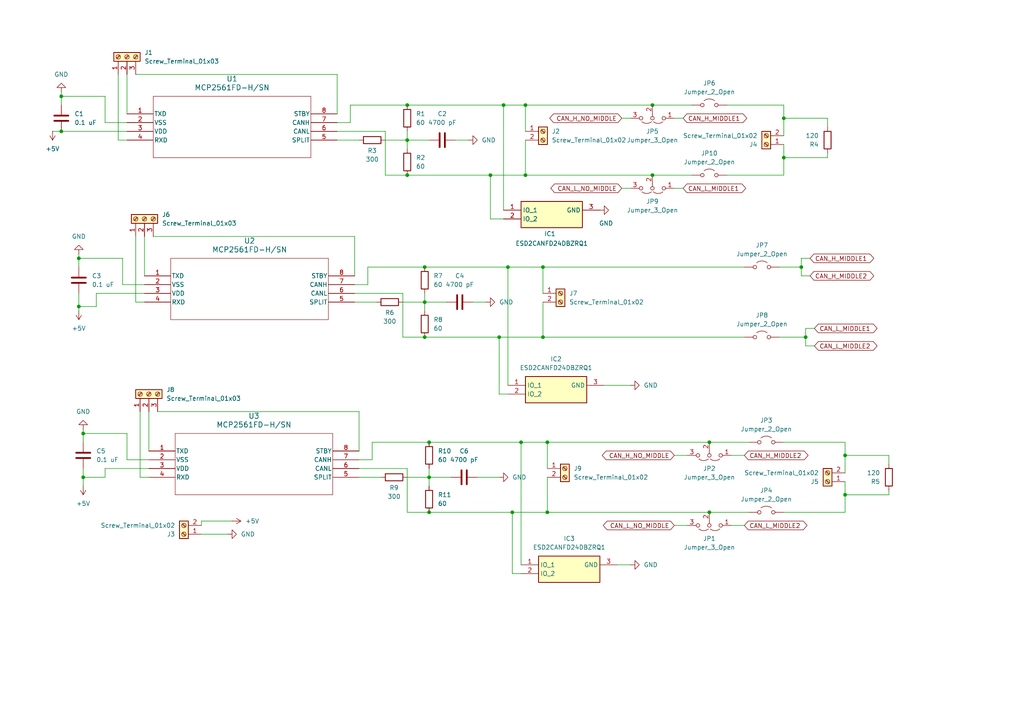
<source format=kicad_sch>
(kicad_sch
	(version 20231120)
	(generator "eeschema")
	(generator_version "8.0")
	(uuid "9eadc169-ae17-433c-88b2-a82813cf73bb")
	(paper "A4")
	(lib_symbols
		(symbol "Connector:Screw_Terminal_01x02"
			(pin_names
				(offset 1.016) hide)
			(exclude_from_sim no)
			(in_bom yes)
			(on_board yes)
			(property "Reference" "J"
				(at 0 2.54 0)
				(effects
					(font
						(size 1.27 1.27)
					)
				)
			)
			(property "Value" "Screw_Terminal_01x02"
				(at 0 -5.08 0)
				(effects
					(font
						(size 1.27 1.27)
					)
				)
			)
			(property "Footprint" ""
				(at 0 0 0)
				(effects
					(font
						(size 1.27 1.27)
					)
					(hide yes)
				)
			)
			(property "Datasheet" "~"
				(at 0 0 0)
				(effects
					(font
						(size 1.27 1.27)
					)
					(hide yes)
				)
			)
			(property "Description" "Generic screw terminal, single row, 01x02, script generated (kicad-library-utils/schlib/autogen/connector/)"
				(at 0 0 0)
				(effects
					(font
						(size 1.27 1.27)
					)
					(hide yes)
				)
			)
			(property "ki_keywords" "screw terminal"
				(at 0 0 0)
				(effects
					(font
						(size 1.27 1.27)
					)
					(hide yes)
				)
			)
			(property "ki_fp_filters" "TerminalBlock*:*"
				(at 0 0 0)
				(effects
					(font
						(size 1.27 1.27)
					)
					(hide yes)
				)
			)
			(symbol "Screw_Terminal_01x02_1_1"
				(rectangle
					(start -1.27 1.27)
					(end 1.27 -3.81)
					(stroke
						(width 0.254)
						(type default)
					)
					(fill
						(type background)
					)
				)
				(circle
					(center 0 -2.54)
					(radius 0.635)
					(stroke
						(width 0.1524)
						(type default)
					)
					(fill
						(type none)
					)
				)
				(polyline
					(pts
						(xy -0.5334 -2.2098) (xy 0.3302 -3.048)
					)
					(stroke
						(width 0.1524)
						(type default)
					)
					(fill
						(type none)
					)
				)
				(polyline
					(pts
						(xy -0.5334 0.3302) (xy 0.3302 -0.508)
					)
					(stroke
						(width 0.1524)
						(type default)
					)
					(fill
						(type none)
					)
				)
				(polyline
					(pts
						(xy -0.3556 -2.032) (xy 0.508 -2.8702)
					)
					(stroke
						(width 0.1524)
						(type default)
					)
					(fill
						(type none)
					)
				)
				(polyline
					(pts
						(xy -0.3556 0.508) (xy 0.508 -0.3302)
					)
					(stroke
						(width 0.1524)
						(type default)
					)
					(fill
						(type none)
					)
				)
				(circle
					(center 0 0)
					(radius 0.635)
					(stroke
						(width 0.1524)
						(type default)
					)
					(fill
						(type none)
					)
				)
				(pin passive line
					(at -5.08 0 0)
					(length 3.81)
					(name "Pin_1"
						(effects
							(font
								(size 1.27 1.27)
							)
						)
					)
					(number "1"
						(effects
							(font
								(size 1.27 1.27)
							)
						)
					)
				)
				(pin passive line
					(at -5.08 -2.54 0)
					(length 3.81)
					(name "Pin_2"
						(effects
							(font
								(size 1.27 1.27)
							)
						)
					)
					(number "2"
						(effects
							(font
								(size 1.27 1.27)
							)
						)
					)
				)
			)
		)
		(symbol "Connector:Screw_Terminal_01x03"
			(pin_names
				(offset 1.016) hide)
			(exclude_from_sim no)
			(in_bom yes)
			(on_board yes)
			(property "Reference" "J"
				(at 0 5.08 0)
				(effects
					(font
						(size 1.27 1.27)
					)
				)
			)
			(property "Value" "Screw_Terminal_01x03"
				(at 0 -5.08 0)
				(effects
					(font
						(size 1.27 1.27)
					)
				)
			)
			(property "Footprint" ""
				(at 0 0 0)
				(effects
					(font
						(size 1.27 1.27)
					)
					(hide yes)
				)
			)
			(property "Datasheet" "~"
				(at 0 0 0)
				(effects
					(font
						(size 1.27 1.27)
					)
					(hide yes)
				)
			)
			(property "Description" "Generic screw terminal, single row, 01x03, script generated (kicad-library-utils/schlib/autogen/connector/)"
				(at 0 0 0)
				(effects
					(font
						(size 1.27 1.27)
					)
					(hide yes)
				)
			)
			(property "ki_keywords" "screw terminal"
				(at 0 0 0)
				(effects
					(font
						(size 1.27 1.27)
					)
					(hide yes)
				)
			)
			(property "ki_fp_filters" "TerminalBlock*:*"
				(at 0 0 0)
				(effects
					(font
						(size 1.27 1.27)
					)
					(hide yes)
				)
			)
			(symbol "Screw_Terminal_01x03_1_1"
				(rectangle
					(start -1.27 3.81)
					(end 1.27 -3.81)
					(stroke
						(width 0.254)
						(type default)
					)
					(fill
						(type background)
					)
				)
				(circle
					(center 0 -2.54)
					(radius 0.635)
					(stroke
						(width 0.1524)
						(type default)
					)
					(fill
						(type none)
					)
				)
				(polyline
					(pts
						(xy -0.5334 -2.2098) (xy 0.3302 -3.048)
					)
					(stroke
						(width 0.1524)
						(type default)
					)
					(fill
						(type none)
					)
				)
				(polyline
					(pts
						(xy -0.5334 0.3302) (xy 0.3302 -0.508)
					)
					(stroke
						(width 0.1524)
						(type default)
					)
					(fill
						(type none)
					)
				)
				(polyline
					(pts
						(xy -0.5334 2.8702) (xy 0.3302 2.032)
					)
					(stroke
						(width 0.1524)
						(type default)
					)
					(fill
						(type none)
					)
				)
				(polyline
					(pts
						(xy -0.3556 -2.032) (xy 0.508 -2.8702)
					)
					(stroke
						(width 0.1524)
						(type default)
					)
					(fill
						(type none)
					)
				)
				(polyline
					(pts
						(xy -0.3556 0.508) (xy 0.508 -0.3302)
					)
					(stroke
						(width 0.1524)
						(type default)
					)
					(fill
						(type none)
					)
				)
				(polyline
					(pts
						(xy -0.3556 3.048) (xy 0.508 2.2098)
					)
					(stroke
						(width 0.1524)
						(type default)
					)
					(fill
						(type none)
					)
				)
				(circle
					(center 0 0)
					(radius 0.635)
					(stroke
						(width 0.1524)
						(type default)
					)
					(fill
						(type none)
					)
				)
				(circle
					(center 0 2.54)
					(radius 0.635)
					(stroke
						(width 0.1524)
						(type default)
					)
					(fill
						(type none)
					)
				)
				(pin passive line
					(at -5.08 2.54 0)
					(length 3.81)
					(name "Pin_1"
						(effects
							(font
								(size 1.27 1.27)
							)
						)
					)
					(number "1"
						(effects
							(font
								(size 1.27 1.27)
							)
						)
					)
				)
				(pin passive line
					(at -5.08 0 0)
					(length 3.81)
					(name "Pin_2"
						(effects
							(font
								(size 1.27 1.27)
							)
						)
					)
					(number "2"
						(effects
							(font
								(size 1.27 1.27)
							)
						)
					)
				)
				(pin passive line
					(at -5.08 -2.54 0)
					(length 3.81)
					(name "Pin_3"
						(effects
							(font
								(size 1.27 1.27)
							)
						)
					)
					(number "3"
						(effects
							(font
								(size 1.27 1.27)
							)
						)
					)
				)
			)
		)
		(symbol "Device:C"
			(pin_numbers hide)
			(pin_names
				(offset 0.254)
			)
			(exclude_from_sim no)
			(in_bom yes)
			(on_board yes)
			(property "Reference" "C"
				(at 0.635 2.54 0)
				(effects
					(font
						(size 1.27 1.27)
					)
					(justify left)
				)
			)
			(property "Value" "C"
				(at 0.635 -2.54 0)
				(effects
					(font
						(size 1.27 1.27)
					)
					(justify left)
				)
			)
			(property "Footprint" ""
				(at 0.9652 -3.81 0)
				(effects
					(font
						(size 1.27 1.27)
					)
					(hide yes)
				)
			)
			(property "Datasheet" "~"
				(at 0 0 0)
				(effects
					(font
						(size 1.27 1.27)
					)
					(hide yes)
				)
			)
			(property "Description" "Unpolarized capacitor"
				(at 0 0 0)
				(effects
					(font
						(size 1.27 1.27)
					)
					(hide yes)
				)
			)
			(property "ki_keywords" "cap capacitor"
				(at 0 0 0)
				(effects
					(font
						(size 1.27 1.27)
					)
					(hide yes)
				)
			)
			(property "ki_fp_filters" "C_*"
				(at 0 0 0)
				(effects
					(font
						(size 1.27 1.27)
					)
					(hide yes)
				)
			)
			(symbol "C_0_1"
				(polyline
					(pts
						(xy -2.032 -0.762) (xy 2.032 -0.762)
					)
					(stroke
						(width 0.508)
						(type default)
					)
					(fill
						(type none)
					)
				)
				(polyline
					(pts
						(xy -2.032 0.762) (xy 2.032 0.762)
					)
					(stroke
						(width 0.508)
						(type default)
					)
					(fill
						(type none)
					)
				)
			)
			(symbol "C_1_1"
				(pin passive line
					(at 0 3.81 270)
					(length 2.794)
					(name "~"
						(effects
							(font
								(size 1.27 1.27)
							)
						)
					)
					(number "1"
						(effects
							(font
								(size 1.27 1.27)
							)
						)
					)
				)
				(pin passive line
					(at 0 -3.81 90)
					(length 2.794)
					(name "~"
						(effects
							(font
								(size 1.27 1.27)
							)
						)
					)
					(number "2"
						(effects
							(font
								(size 1.27 1.27)
							)
						)
					)
				)
			)
		)
		(symbol "Device:R"
			(pin_numbers hide)
			(pin_names
				(offset 0)
			)
			(exclude_from_sim no)
			(in_bom yes)
			(on_board yes)
			(property "Reference" "R"
				(at 2.032 0 90)
				(effects
					(font
						(size 1.27 1.27)
					)
				)
			)
			(property "Value" "R"
				(at 0 0 90)
				(effects
					(font
						(size 1.27 1.27)
					)
				)
			)
			(property "Footprint" ""
				(at -1.778 0 90)
				(effects
					(font
						(size 1.27 1.27)
					)
					(hide yes)
				)
			)
			(property "Datasheet" "~"
				(at 0 0 0)
				(effects
					(font
						(size 1.27 1.27)
					)
					(hide yes)
				)
			)
			(property "Description" "Resistor"
				(at 0 0 0)
				(effects
					(font
						(size 1.27 1.27)
					)
					(hide yes)
				)
			)
			(property "ki_keywords" "R res resistor"
				(at 0 0 0)
				(effects
					(font
						(size 1.27 1.27)
					)
					(hide yes)
				)
			)
			(property "ki_fp_filters" "R_*"
				(at 0 0 0)
				(effects
					(font
						(size 1.27 1.27)
					)
					(hide yes)
				)
			)
			(symbol "R_0_1"
				(rectangle
					(start -1.016 -2.54)
					(end 1.016 2.54)
					(stroke
						(width 0.254)
						(type default)
					)
					(fill
						(type none)
					)
				)
			)
			(symbol "R_1_1"
				(pin passive line
					(at 0 3.81 270)
					(length 1.27)
					(name "~"
						(effects
							(font
								(size 1.27 1.27)
							)
						)
					)
					(number "1"
						(effects
							(font
								(size 1.27 1.27)
							)
						)
					)
				)
				(pin passive line
					(at 0 -3.81 90)
					(length 1.27)
					(name "~"
						(effects
							(font
								(size 1.27 1.27)
							)
						)
					)
					(number "2"
						(effects
							(font
								(size 1.27 1.27)
							)
						)
					)
				)
			)
		)
		(symbol "ESD2CANFD24DBZRQ1:ESD2CANFD24DBZRQ1"
			(exclude_from_sim no)
			(in_bom yes)
			(on_board yes)
			(property "Reference" "IC"
				(at 24.13 7.62 0)
				(effects
					(font
						(size 1.27 1.27)
					)
					(justify left top)
				)
			)
			(property "Value" "ESD2CANFD24DBZRQ1"
				(at 24.13 5.08 0)
				(effects
					(font
						(size 1.27 1.27)
					)
					(justify left top)
				)
			)
			(property "Footprint" "SOT95P237X112-3N"
				(at 24.13 -94.92 0)
				(effects
					(font
						(size 1.27 1.27)
					)
					(justify left top)
					(hide yes)
				)
			)
			(property "Datasheet" "https://www.ti.com/lit/ds/symlink/esd2canfd24-q1.pdf"
				(at 24.13 -194.92 0)
				(effects
					(font
						(size 1.27 1.27)
					)
					(justify left top)
					(hide yes)
				)
			)
			(property "Description" "ESD Suppressors / TVS Diodes Automotive, dual, 2.5pF +/-24-V +/-25-kV ESD protection diode for CANFD and in-vehicle networks"
				(at 0 0 0)
				(effects
					(font
						(size 1.27 1.27)
					)
					(hide yes)
				)
			)
			(property "Height" "1.12"
				(at 24.13 -394.92 0)
				(effects
					(font
						(size 1.27 1.27)
					)
					(justify left top)
					(hide yes)
				)
			)
			(property "RS Part Number" ""
				(at 24.13 -494.92 0)
				(effects
					(font
						(size 1.27 1.27)
					)
					(justify left top)
					(hide yes)
				)
			)
			(property "RS Price/Stock" ""
				(at 24.13 -594.92 0)
				(effects
					(font
						(size 1.27 1.27)
					)
					(justify left top)
					(hide yes)
				)
			)
			(property "Manufacturer_Name" "Texas Instruments"
				(at 24.13 -694.92 0)
				(effects
					(font
						(size 1.27 1.27)
					)
					(justify left top)
					(hide yes)
				)
			)
			(property "Manufacturer_Part_Number" "ESD2CANFD24DBZRQ1"
				(at 24.13 -794.92 0)
				(effects
					(font
						(size 1.27 1.27)
					)
					(justify left top)
					(hide yes)
				)
			)
			(symbol "ESD2CANFD24DBZRQ1_1_1"
				(rectangle
					(start 5.08 2.54)
					(end 22.86 -5.08)
					(stroke
						(width 0.254)
						(type default)
					)
					(fill
						(type background)
					)
				)
				(pin passive line
					(at 0 0 0)
					(length 5.08)
					(name "IO_1"
						(effects
							(font
								(size 1.27 1.27)
							)
						)
					)
					(number "1"
						(effects
							(font
								(size 1.27 1.27)
							)
						)
					)
				)
				(pin passive line
					(at 0 -2.54 0)
					(length 5.08)
					(name "IO_2"
						(effects
							(font
								(size 1.27 1.27)
							)
						)
					)
					(number "2"
						(effects
							(font
								(size 1.27 1.27)
							)
						)
					)
				)
				(pin passive line
					(at 27.94 0 180)
					(length 5.08)
					(name "GND"
						(effects
							(font
								(size 1.27 1.27)
							)
						)
					)
					(number "3"
						(effects
							(font
								(size 1.27 1.27)
							)
						)
					)
				)
			)
		)
		(symbol "Jumper:Jumper_2_Open"
			(pin_numbers hide)
			(pin_names
				(offset 0) hide)
			(exclude_from_sim yes)
			(in_bom yes)
			(on_board yes)
			(property "Reference" "JP"
				(at 0 2.794 0)
				(effects
					(font
						(size 1.27 1.27)
					)
				)
			)
			(property "Value" "Jumper_2_Open"
				(at 0 -2.286 0)
				(effects
					(font
						(size 1.27 1.27)
					)
				)
			)
			(property "Footprint" ""
				(at 0 0 0)
				(effects
					(font
						(size 1.27 1.27)
					)
					(hide yes)
				)
			)
			(property "Datasheet" "~"
				(at 0 0 0)
				(effects
					(font
						(size 1.27 1.27)
					)
					(hide yes)
				)
			)
			(property "Description" "Jumper, 2-pole, open"
				(at 0 0 0)
				(effects
					(font
						(size 1.27 1.27)
					)
					(hide yes)
				)
			)
			(property "ki_keywords" "Jumper SPST"
				(at 0 0 0)
				(effects
					(font
						(size 1.27 1.27)
					)
					(hide yes)
				)
			)
			(property "ki_fp_filters" "Jumper* TestPoint*2Pads* TestPoint*Bridge*"
				(at 0 0 0)
				(effects
					(font
						(size 1.27 1.27)
					)
					(hide yes)
				)
			)
			(symbol "Jumper_2_Open_0_0"
				(circle
					(center -2.032 0)
					(radius 0.508)
					(stroke
						(width 0)
						(type default)
					)
					(fill
						(type none)
					)
				)
				(circle
					(center 2.032 0)
					(radius 0.508)
					(stroke
						(width 0)
						(type default)
					)
					(fill
						(type none)
					)
				)
			)
			(symbol "Jumper_2_Open_0_1"
				(arc
					(start 1.524 1.27)
					(mid 0 1.778)
					(end -1.524 1.27)
					(stroke
						(width 0)
						(type default)
					)
					(fill
						(type none)
					)
				)
			)
			(symbol "Jumper_2_Open_1_1"
				(pin passive line
					(at -5.08 0 0)
					(length 2.54)
					(name "A"
						(effects
							(font
								(size 1.27 1.27)
							)
						)
					)
					(number "1"
						(effects
							(font
								(size 1.27 1.27)
							)
						)
					)
				)
				(pin passive line
					(at 5.08 0 180)
					(length 2.54)
					(name "B"
						(effects
							(font
								(size 1.27 1.27)
							)
						)
					)
					(number "2"
						(effects
							(font
								(size 1.27 1.27)
							)
						)
					)
				)
			)
		)
		(symbol "Jumper:Jumper_3_Open"
			(pin_names
				(offset 0) hide)
			(exclude_from_sim yes)
			(in_bom no)
			(on_board yes)
			(property "Reference" "JP"
				(at -2.54 -2.54 0)
				(effects
					(font
						(size 1.27 1.27)
					)
				)
			)
			(property "Value" "Jumper_3_Open"
				(at 0 2.794 0)
				(effects
					(font
						(size 1.27 1.27)
					)
				)
			)
			(property "Footprint" ""
				(at 0 0 0)
				(effects
					(font
						(size 1.27 1.27)
					)
					(hide yes)
				)
			)
			(property "Datasheet" "~"
				(at 0 0 0)
				(effects
					(font
						(size 1.27 1.27)
					)
					(hide yes)
				)
			)
			(property "Description" "Jumper, 3-pole, both open"
				(at 0 0 0)
				(effects
					(font
						(size 1.27 1.27)
					)
					(hide yes)
				)
			)
			(property "ki_keywords" "Jumper SPDT"
				(at 0 0 0)
				(effects
					(font
						(size 1.27 1.27)
					)
					(hide yes)
				)
			)
			(property "ki_fp_filters" "Jumper* TestPoint*3Pads* TestPoint*Bridge*"
				(at 0 0 0)
				(effects
					(font
						(size 1.27 1.27)
					)
					(hide yes)
				)
			)
			(symbol "Jumper_3_Open_0_0"
				(circle
					(center -3.302 0)
					(radius 0.508)
					(stroke
						(width 0)
						(type default)
					)
					(fill
						(type none)
					)
				)
				(circle
					(center 0 0)
					(radius 0.508)
					(stroke
						(width 0)
						(type default)
					)
					(fill
						(type none)
					)
				)
				(circle
					(center 3.302 0)
					(radius 0.508)
					(stroke
						(width 0)
						(type default)
					)
					(fill
						(type none)
					)
				)
			)
			(symbol "Jumper_3_Open_0_1"
				(arc
					(start -0.254 1.016)
					(mid -1.651 1.4992)
					(end -3.048 1.016)
					(stroke
						(width 0)
						(type default)
					)
					(fill
						(type none)
					)
				)
				(polyline
					(pts
						(xy 0 -0.508) (xy 0 -1.27)
					)
					(stroke
						(width 0)
						(type default)
					)
					(fill
						(type none)
					)
				)
				(arc
					(start 3.048 1.016)
					(mid 1.651 1.4992)
					(end 0.254 1.016)
					(stroke
						(width 0)
						(type default)
					)
					(fill
						(type none)
					)
				)
			)
			(symbol "Jumper_3_Open_1_1"
				(pin passive line
					(at -6.35 0 0)
					(length 2.54)
					(name "A"
						(effects
							(font
								(size 1.27 1.27)
							)
						)
					)
					(number "1"
						(effects
							(font
								(size 1.27 1.27)
							)
						)
					)
				)
				(pin passive line
					(at 0 -3.81 90)
					(length 2.54)
					(name "C"
						(effects
							(font
								(size 1.27 1.27)
							)
						)
					)
					(number "2"
						(effects
							(font
								(size 1.27 1.27)
							)
						)
					)
				)
				(pin passive line
					(at 6.35 0 180)
					(length 2.54)
					(name "B"
						(effects
							(font
								(size 1.27 1.27)
							)
						)
					)
					(number "3"
						(effects
							(font
								(size 1.27 1.27)
							)
						)
					)
				)
			)
		)
		(symbol "MCP2561:MCP2561FD-H_SN"
			(pin_names
				(offset 0.254)
			)
			(exclude_from_sim no)
			(in_bom yes)
			(on_board yes)
			(property "Reference" "U"
				(at 30.48 10.16 0)
				(effects
					(font
						(size 1.524 1.524)
					)
				)
			)
			(property "Value" "MCP2561FD-H/SN"
				(at 30.48 7.62 0)
				(effects
					(font
						(size 1.524 1.524)
					)
				)
			)
			(property "Footprint" "SOIC8-N_MC_MCH"
				(at 0 0 0)
				(effects
					(font
						(size 1.27 1.27)
						(italic yes)
					)
					(hide yes)
				)
			)
			(property "Datasheet" "MCP2561FD-H/SN"
				(at 0 0 0)
				(effects
					(font
						(size 1.27 1.27)
						(italic yes)
					)
					(hide yes)
				)
			)
			(property "Description" ""
				(at 0 0 0)
				(effects
					(font
						(size 1.27 1.27)
					)
					(hide yes)
				)
			)
			(property "ki_locked" ""
				(at 0 0 0)
				(effects
					(font
						(size 1.27 1.27)
					)
				)
			)
			(property "ki_keywords" "MCP2561FD-H/SN"
				(at 0 0 0)
				(effects
					(font
						(size 1.27 1.27)
					)
					(hide yes)
				)
			)
			(property "ki_fp_filters" "SOIC8-N_MC_MCH SOIC8-N_MC_MCH-M SOIC8-N_MC_MCH-L"
				(at 0 0 0)
				(effects
					(font
						(size 1.27 1.27)
					)
					(hide yes)
				)
			)
			(symbol "MCP2561FD-H_SN_0_1"
				(polyline
					(pts
						(xy 7.62 -12.7) (xy 53.34 -12.7)
					)
					(stroke
						(width 0.127)
						(type default)
					)
					(fill
						(type none)
					)
				)
				(polyline
					(pts
						(xy 7.62 5.08) (xy 7.62 -12.7)
					)
					(stroke
						(width 0.127)
						(type default)
					)
					(fill
						(type none)
					)
				)
				(polyline
					(pts
						(xy 53.34 -12.7) (xy 53.34 5.08)
					)
					(stroke
						(width 0.127)
						(type default)
					)
					(fill
						(type none)
					)
				)
				(polyline
					(pts
						(xy 53.34 5.08) (xy 7.62 5.08)
					)
					(stroke
						(width 0.127)
						(type default)
					)
					(fill
						(type none)
					)
				)
				(pin input line
					(at 0 0 0)
					(length 7.62)
					(name "TXD"
						(effects
							(font
								(size 1.27 1.27)
							)
						)
					)
					(number "1"
						(effects
							(font
								(size 1.27 1.27)
							)
						)
					)
				)
				(pin power_in line
					(at 0 -2.54 0)
					(length 7.62)
					(name "VSS"
						(effects
							(font
								(size 1.27 1.27)
							)
						)
					)
					(number "2"
						(effects
							(font
								(size 1.27 1.27)
							)
						)
					)
				)
				(pin power_in line
					(at 0 -5.08 0)
					(length 7.62)
					(name "VDD"
						(effects
							(font
								(size 1.27 1.27)
							)
						)
					)
					(number "3"
						(effects
							(font
								(size 1.27 1.27)
							)
						)
					)
				)
				(pin output line
					(at 0 -7.62 0)
					(length 7.62)
					(name "RXD"
						(effects
							(font
								(size 1.27 1.27)
							)
						)
					)
					(number "4"
						(effects
							(font
								(size 1.27 1.27)
							)
						)
					)
				)
				(pin unspecified line
					(at 60.96 -7.62 180)
					(length 7.62)
					(name "SPLIT"
						(effects
							(font
								(size 1.27 1.27)
							)
						)
					)
					(number "5"
						(effects
							(font
								(size 1.27 1.27)
							)
						)
					)
				)
				(pin bidirectional line
					(at 60.96 -5.08 180)
					(length 7.62)
					(name "CANL"
						(effects
							(font
								(size 1.27 1.27)
							)
						)
					)
					(number "6"
						(effects
							(font
								(size 1.27 1.27)
							)
						)
					)
				)
				(pin bidirectional line
					(at 60.96 -2.54 180)
					(length 7.62)
					(name "CANH"
						(effects
							(font
								(size 1.27 1.27)
							)
						)
					)
					(number "7"
						(effects
							(font
								(size 1.27 1.27)
							)
						)
					)
				)
				(pin input line
					(at 60.96 0 180)
					(length 7.62)
					(name "STBY"
						(effects
							(font
								(size 1.27 1.27)
							)
						)
					)
					(number "8"
						(effects
							(font
								(size 1.27 1.27)
							)
						)
					)
				)
			)
		)
		(symbol "power:+5V"
			(power)
			(pin_numbers hide)
			(pin_names
				(offset 0) hide)
			(exclude_from_sim no)
			(in_bom yes)
			(on_board yes)
			(property "Reference" "#PWR"
				(at 0 -3.81 0)
				(effects
					(font
						(size 1.27 1.27)
					)
					(hide yes)
				)
			)
			(property "Value" "+5V"
				(at 0 3.556 0)
				(effects
					(font
						(size 1.27 1.27)
					)
				)
			)
			(property "Footprint" ""
				(at 0 0 0)
				(effects
					(font
						(size 1.27 1.27)
					)
					(hide yes)
				)
			)
			(property "Datasheet" ""
				(at 0 0 0)
				(effects
					(font
						(size 1.27 1.27)
					)
					(hide yes)
				)
			)
			(property "Description" "Power symbol creates a global label with name \"+5V\""
				(at 0 0 0)
				(effects
					(font
						(size 1.27 1.27)
					)
					(hide yes)
				)
			)
			(property "ki_keywords" "global power"
				(at 0 0 0)
				(effects
					(font
						(size 1.27 1.27)
					)
					(hide yes)
				)
			)
			(symbol "+5V_0_1"
				(polyline
					(pts
						(xy -0.762 1.27) (xy 0 2.54)
					)
					(stroke
						(width 0)
						(type default)
					)
					(fill
						(type none)
					)
				)
				(polyline
					(pts
						(xy 0 0) (xy 0 2.54)
					)
					(stroke
						(width 0)
						(type default)
					)
					(fill
						(type none)
					)
				)
				(polyline
					(pts
						(xy 0 2.54) (xy 0.762 1.27)
					)
					(stroke
						(width 0)
						(type default)
					)
					(fill
						(type none)
					)
				)
			)
			(symbol "+5V_1_1"
				(pin power_in line
					(at 0 0 90)
					(length 0)
					(name "~"
						(effects
							(font
								(size 1.27 1.27)
							)
						)
					)
					(number "1"
						(effects
							(font
								(size 1.27 1.27)
							)
						)
					)
				)
			)
		)
		(symbol "power:GND"
			(power)
			(pin_numbers hide)
			(pin_names
				(offset 0) hide)
			(exclude_from_sim no)
			(in_bom yes)
			(on_board yes)
			(property "Reference" "#PWR"
				(at 0 -6.35 0)
				(effects
					(font
						(size 1.27 1.27)
					)
					(hide yes)
				)
			)
			(property "Value" "GND"
				(at 0 -3.81 0)
				(effects
					(font
						(size 1.27 1.27)
					)
				)
			)
			(property "Footprint" ""
				(at 0 0 0)
				(effects
					(font
						(size 1.27 1.27)
					)
					(hide yes)
				)
			)
			(property "Datasheet" ""
				(at 0 0 0)
				(effects
					(font
						(size 1.27 1.27)
					)
					(hide yes)
				)
			)
			(property "Description" "Power symbol creates a global label with name \"GND\" , ground"
				(at 0 0 0)
				(effects
					(font
						(size 1.27 1.27)
					)
					(hide yes)
				)
			)
			(property "ki_keywords" "global power"
				(at 0 0 0)
				(effects
					(font
						(size 1.27 1.27)
					)
					(hide yes)
				)
			)
			(symbol "GND_0_1"
				(polyline
					(pts
						(xy 0 0) (xy 0 -1.27) (xy 1.27 -1.27) (xy 0 -2.54) (xy -1.27 -1.27) (xy 0 -1.27)
					)
					(stroke
						(width 0)
						(type default)
					)
					(fill
						(type none)
					)
				)
			)
			(symbol "GND_1_1"
				(pin power_in line
					(at 0 0 270)
					(length 0)
					(name "~"
						(effects
							(font
								(size 1.27 1.27)
							)
						)
					)
					(number "1"
						(effects
							(font
								(size 1.27 1.27)
							)
						)
					)
				)
			)
		)
	)
	(junction
		(at 205.74 148.59)
		(diameter 0)
		(color 0 0 0 0)
		(uuid "343c80f4-819d-4c6d-9d43-9fcce6cd20f6")
	)
	(junction
		(at 123.19 97.79)
		(diameter 0)
		(color 0 0 0 0)
		(uuid "3996d30b-0510-401a-9e34-98e7885acd0e")
	)
	(junction
		(at 152.4 30.48)
		(diameter 0)
		(color 0 0 0 0)
		(uuid "3fe78ce0-fd1c-478a-9ed4-9aeb3a2a7332")
	)
	(junction
		(at 22.86 74.93)
		(diameter 0)
		(color 0 0 0 0)
		(uuid "42f9c426-7b17-4c3a-9d04-abb4c89b1757")
	)
	(junction
		(at 189.23 30.48)
		(diameter 0)
		(color 0 0 0 0)
		(uuid "509d986d-479e-4d5c-a8aa-68e88b1e6c44")
	)
	(junction
		(at 118.11 40.64)
		(diameter 0)
		(color 0 0 0 0)
		(uuid "51396817-f34a-4420-962b-0a87bcd98230")
	)
	(junction
		(at 227.33 45.72)
		(diameter 0)
		(color 0 0 0 0)
		(uuid "539d9d2b-dbf3-45fe-8059-b4fce47882ef")
	)
	(junction
		(at 245.11 132.08)
		(diameter 0)
		(color 0 0 0 0)
		(uuid "53a1d980-c9cb-497c-b1c2-bb9bad56cada")
	)
	(junction
		(at 22.86 88.9)
		(diameter 0)
		(color 0 0 0 0)
		(uuid "53f09921-8117-40bb-85eb-6044a3758f9f")
	)
	(junction
		(at 124.46 138.43)
		(diameter 0)
		(color 0 0 0 0)
		(uuid "5c168a2b-b5d4-4634-8706-ed4081cc93e1")
	)
	(junction
		(at 123.19 77.47)
		(diameter 0)
		(color 0 0 0 0)
		(uuid "72a25241-12bd-4498-8942-1fe0913d356a")
	)
	(junction
		(at 232.41 77.47)
		(diameter 0)
		(color 0 0 0 0)
		(uuid "76a15c3c-45c9-4cea-9acf-39b6d8131a1a")
	)
	(junction
		(at 227.33 34.29)
		(diameter 0)
		(color 0 0 0 0)
		(uuid "76fb6ba4-c3f1-4891-8717-a869e99f2c7d")
	)
	(junction
		(at 142.24 50.8)
		(diameter 0)
		(color 0 0 0 0)
		(uuid "7a66106a-3861-45bb-9c70-303404978b31")
	)
	(junction
		(at 205.74 128.27)
		(diameter 0)
		(color 0 0 0 0)
		(uuid "7a6735bf-bc95-4c69-b77e-25ceb01ad1e2")
	)
	(junction
		(at 146.05 30.48)
		(diameter 0)
		(color 0 0 0 0)
		(uuid "94dcc209-19ff-4ad7-9369-ab32ad0548c4")
	)
	(junction
		(at 144.78 97.79)
		(diameter 0)
		(color 0 0 0 0)
		(uuid "956d4f68-cbe8-4020-8bda-93d046413e9d")
	)
	(junction
		(at 17.78 38.1)
		(diameter 0)
		(color 0 0 0 0)
		(uuid "9608cab6-1060-4cb4-9fbc-382381d265be")
	)
	(junction
		(at 152.4 50.8)
		(diameter 0)
		(color 0 0 0 0)
		(uuid "a0f59b3e-e3d4-4713-bc9d-e70b0b3b11c4")
	)
	(junction
		(at 245.11 143.51)
		(diameter 0)
		(color 0 0 0 0)
		(uuid "a293d519-1cb7-4aa1-85a0-0e045ca714a8")
	)
	(junction
		(at 123.19 87.63)
		(diameter 0)
		(color 0 0 0 0)
		(uuid "a6f41d75-3d18-4a82-a8a9-3887e3b5b8d7")
	)
	(junction
		(at 158.75 128.27)
		(diameter 0)
		(color 0 0 0 0)
		(uuid "af86da64-d646-4205-9be6-fe23ba7ffa18")
	)
	(junction
		(at 124.46 128.27)
		(diameter 0)
		(color 0 0 0 0)
		(uuid "c8e81c01-2301-436c-9e23-ece4b029dd1e")
	)
	(junction
		(at 158.75 148.59)
		(diameter 0)
		(color 0 0 0 0)
		(uuid "d08fcca3-9efc-41c9-86d6-feb2494880f4")
	)
	(junction
		(at 118.11 50.8)
		(diameter 0)
		(color 0 0 0 0)
		(uuid "d664cf28-02bc-4fe6-b509-f7112e44d6c3")
	)
	(junction
		(at 148.59 148.59)
		(diameter 0)
		(color 0 0 0 0)
		(uuid "d7d937ea-1004-40da-a702-eea3b42e4a4d")
	)
	(junction
		(at 151.13 128.27)
		(diameter 0)
		(color 0 0 0 0)
		(uuid "d842a6ad-7521-4b9b-8183-96c7f4d905ce")
	)
	(junction
		(at 24.13 125.73)
		(diameter 0)
		(color 0 0 0 0)
		(uuid "db7dd7f4-2fcb-49b0-a925-e85b6211531a")
	)
	(junction
		(at 24.13 138.43)
		(diameter 0)
		(color 0 0 0 0)
		(uuid "ddaf967a-2a77-4a51-abca-1b0e8b2b9117")
	)
	(junction
		(at 17.78 27.94)
		(diameter 0)
		(color 0 0 0 0)
		(uuid "e2023f92-4b24-41eb-9886-9f6de24e9b1a")
	)
	(junction
		(at 157.48 97.79)
		(diameter 0)
		(color 0 0 0 0)
		(uuid "e5be6500-4840-44f7-b3ca-5818bc9fe0e9")
	)
	(junction
		(at 118.11 30.48)
		(diameter 0)
		(color 0 0 0 0)
		(uuid "e6b685f7-6e43-4892-902b-6d3e458aef55")
	)
	(junction
		(at 233.68 97.79)
		(diameter 0)
		(color 0 0 0 0)
		(uuid "ee8f24e6-afa0-4852-aa0d-fdad4385740c")
	)
	(junction
		(at 147.32 77.47)
		(diameter 0)
		(color 0 0 0 0)
		(uuid "efa75ca1-3a48-4728-bda2-099d5d64e5e1")
	)
	(junction
		(at 157.48 77.47)
		(diameter 0)
		(color 0 0 0 0)
		(uuid "f34c54d2-4ba8-426d-a37c-c4da0e3a096b")
	)
	(junction
		(at 124.46 148.59)
		(diameter 0)
		(color 0 0 0 0)
		(uuid "f94a56c6-b136-4ffb-a802-b31a1a463a95")
	)
	(junction
		(at 189.23 50.8)
		(diameter 0)
		(color 0 0 0 0)
		(uuid "fe3d2d10-f935-4248-b0ea-b5f5ffbb8d27")
	)
	(wire
		(pts
			(xy 123.19 97.79) (xy 144.78 97.79)
		)
		(stroke
			(width 0)
			(type default)
		)
		(uuid "0105b432-137f-41fd-88e9-6a66ae83cf2f")
	)
	(wire
		(pts
			(xy 118.11 30.48) (xy 146.05 30.48)
		)
		(stroke
			(width 0)
			(type default)
		)
		(uuid "02b25907-f8d4-47ec-b76d-d0303a3ad8b0")
	)
	(wire
		(pts
			(xy 104.14 133.35) (xy 107.95 133.35)
		)
		(stroke
			(width 0)
			(type default)
		)
		(uuid "039e7b3f-0220-4066-8be6-418c5b7ed480")
	)
	(wire
		(pts
			(xy 118.11 135.89) (xy 118.11 148.59)
		)
		(stroke
			(width 0)
			(type default)
		)
		(uuid "03f4d066-4c7f-4ec9-85f1-3a11b53fe87f")
	)
	(wire
		(pts
			(xy 151.13 128.27) (xy 151.13 163.83)
		)
		(stroke
			(width 0)
			(type default)
		)
		(uuid "0568ac7b-682f-4889-a30c-9684a8f51b74")
	)
	(wire
		(pts
			(xy 123.19 87.63) (xy 123.19 90.17)
		)
		(stroke
			(width 0)
			(type default)
		)
		(uuid "06daa822-0250-4e6a-8885-ede1414db206")
	)
	(wire
		(pts
			(xy 30.48 138.43) (xy 24.13 138.43)
		)
		(stroke
			(width 0)
			(type default)
		)
		(uuid "076b0eb0-cbbe-49ad-bd10-6f94b0d0795f")
	)
	(wire
		(pts
			(xy 22.86 74.93) (xy 22.86 77.47)
		)
		(stroke
			(width 0)
			(type default)
		)
		(uuid "0852c2b5-037a-486f-adfc-6ebb4877bd54")
	)
	(wire
		(pts
			(xy 24.13 138.43) (xy 24.13 135.89)
		)
		(stroke
			(width 0)
			(type default)
		)
		(uuid "086f896b-42ed-4dfc-b7c7-c3641d519348")
	)
	(wire
		(pts
			(xy 106.68 82.55) (xy 106.68 77.47)
		)
		(stroke
			(width 0)
			(type default)
		)
		(uuid "0a48db0d-7f15-4694-96cd-3e361df8915b")
	)
	(wire
		(pts
			(xy 157.48 77.47) (xy 215.9 77.47)
		)
		(stroke
			(width 0)
			(type default)
		)
		(uuid "0bf57d8a-77d1-46bf-913b-978291a475d8")
	)
	(wire
		(pts
			(xy 39.37 21.59) (xy 97.79 21.59)
		)
		(stroke
			(width 0)
			(type default)
		)
		(uuid "113add42-334c-4112-bf82-9b40d397de8d")
	)
	(wire
		(pts
			(xy 97.79 21.59) (xy 97.79 33.02)
		)
		(stroke
			(width 0)
			(type default)
		)
		(uuid "125a542c-9ca0-47a1-8704-d302f6bdb710")
	)
	(wire
		(pts
			(xy 101.6 30.48) (xy 118.11 30.48)
		)
		(stroke
			(width 0)
			(type default)
		)
		(uuid "1264e723-b7d6-432d-adfa-518997adead4")
	)
	(wire
		(pts
			(xy 17.78 27.94) (xy 17.78 30.48)
		)
		(stroke
			(width 0)
			(type default)
		)
		(uuid "12d9b14e-e5ed-45d0-97a8-178fcb5efb3c")
	)
	(wire
		(pts
			(xy 43.18 119.38) (xy 43.18 130.81)
		)
		(stroke
			(width 0)
			(type default)
		)
		(uuid "1326ef6d-6b55-456b-856b-22393aeb2286")
	)
	(wire
		(pts
			(xy 152.4 40.64) (xy 152.4 50.8)
		)
		(stroke
			(width 0)
			(type default)
		)
		(uuid "13a884b3-9c00-48b6-9986-d02e892c3120")
	)
	(wire
		(pts
			(xy 152.4 30.48) (xy 189.23 30.48)
		)
		(stroke
			(width 0)
			(type default)
		)
		(uuid "14058d0f-dfb5-4a66-b3e7-c9a1498d756e")
	)
	(wire
		(pts
			(xy 138.43 138.43) (xy 144.78 138.43)
		)
		(stroke
			(width 0)
			(type default)
		)
		(uuid "1554bc34-e9c9-462f-a6ab-0ea6fe082304")
	)
	(wire
		(pts
			(xy 97.79 40.64) (xy 104.14 40.64)
		)
		(stroke
			(width 0)
			(type default)
		)
		(uuid "1722d506-aa08-435f-a4fd-04ae4cfefe68")
	)
	(wire
		(pts
			(xy 106.68 77.47) (xy 123.19 77.47)
		)
		(stroke
			(width 0)
			(type default)
		)
		(uuid "172ba24b-1d47-44f2-8593-eb7e431af2d3")
	)
	(wire
		(pts
			(xy 116.84 85.09) (xy 116.84 97.79)
		)
		(stroke
			(width 0)
			(type default)
		)
		(uuid "17bf43fd-dd21-4f43-92ec-02505327ba15")
	)
	(wire
		(pts
			(xy 257.81 134.62) (xy 257.81 132.08)
		)
		(stroke
			(width 0)
			(type default)
		)
		(uuid "18c199cd-32ab-43c4-ac2d-c316e0d13736")
	)
	(wire
		(pts
			(xy 24.13 125.73) (xy 36.83 125.73)
		)
		(stroke
			(width 0)
			(type default)
		)
		(uuid "1990ae95-f322-47bd-9120-06b6bea7de5b")
	)
	(wire
		(pts
			(xy 58.42 151.13) (xy 58.42 152.4)
		)
		(stroke
			(width 0)
			(type default)
		)
		(uuid "1b3b4695-ffde-4cec-97ae-0283fd6b07df")
	)
	(wire
		(pts
			(xy 227.33 148.59) (xy 245.11 148.59)
		)
		(stroke
			(width 0)
			(type default)
		)
		(uuid "1b57b449-c767-4741-9bbe-875b20feb41f")
	)
	(wire
		(pts
			(xy 40.64 119.38) (xy 40.64 138.43)
		)
		(stroke
			(width 0)
			(type default)
		)
		(uuid "1d6801a0-978f-4b75-b2f8-cf944a3672a8")
	)
	(wire
		(pts
			(xy 146.05 30.48) (xy 152.4 30.48)
		)
		(stroke
			(width 0)
			(type default)
		)
		(uuid "1e8036a0-cc2c-4987-967f-fe89219720b1")
	)
	(wire
		(pts
			(xy 41.91 85.09) (xy 27.94 85.09)
		)
		(stroke
			(width 0)
			(type default)
		)
		(uuid "21397084-2bbe-45dd-8792-487c3db718f7")
	)
	(wire
		(pts
			(xy 34.29 21.59) (xy 34.29 40.64)
		)
		(stroke
			(width 0)
			(type default)
		)
		(uuid "224f208f-3914-4e03-b62f-b45533d0c7ce")
	)
	(wire
		(pts
			(xy 102.87 87.63) (xy 109.22 87.63)
		)
		(stroke
			(width 0)
			(type default)
		)
		(uuid "23b786df-3e42-4d25-b760-8d0f74053920")
	)
	(wire
		(pts
			(xy 123.19 87.63) (xy 129.54 87.63)
		)
		(stroke
			(width 0)
			(type default)
		)
		(uuid "2535b528-e289-4e8d-bcf4-60b8eeb1cd40")
	)
	(wire
		(pts
			(xy 36.83 35.56) (xy 30.48 35.56)
		)
		(stroke
			(width 0)
			(type default)
		)
		(uuid "257457d5-3d81-4e2c-88a9-1fd66a34a483")
	)
	(wire
		(pts
			(xy 104.14 119.38) (xy 104.14 130.81)
		)
		(stroke
			(width 0)
			(type default)
		)
		(uuid "26740064-5cce-47f5-bb6f-c56845f89137")
	)
	(wire
		(pts
			(xy 147.32 77.47) (xy 157.48 77.47)
		)
		(stroke
			(width 0)
			(type default)
		)
		(uuid "26bf8ba0-837b-4c11-a1cc-55f08217dd27")
	)
	(wire
		(pts
			(xy 195.58 54.61) (xy 198.12 54.61)
		)
		(stroke
			(width 0)
			(type default)
		)
		(uuid "2790d2f2-9c21-43aa-85ec-2368236405c5")
	)
	(wire
		(pts
			(xy 36.83 133.35) (xy 43.18 133.35)
		)
		(stroke
			(width 0)
			(type default)
		)
		(uuid "27bf9100-a4e0-4af2-9ad7-433ba7cc7a24")
	)
	(wire
		(pts
			(xy 233.68 100.33) (xy 233.68 97.79)
		)
		(stroke
			(width 0)
			(type default)
		)
		(uuid "2ae19293-36d7-43cf-b8d3-a80048414deb")
	)
	(wire
		(pts
			(xy 232.41 74.93) (xy 234.95 74.93)
		)
		(stroke
			(width 0)
			(type default)
		)
		(uuid "2d682bd6-96ec-436e-8e16-0ba2ebeecdb1")
	)
	(wire
		(pts
			(xy 227.33 50.8) (xy 227.33 45.72)
		)
		(stroke
			(width 0)
			(type default)
		)
		(uuid "2e155882-2a51-4981-8c8f-2bbcc26fb232")
	)
	(wire
		(pts
			(xy 15.24 38.1) (xy 17.78 38.1)
		)
		(stroke
			(width 0)
			(type default)
		)
		(uuid "2e9689f3-817a-4282-9f89-3063e14e4588")
	)
	(wire
		(pts
			(xy 142.24 50.8) (xy 142.24 63.5)
		)
		(stroke
			(width 0)
			(type default)
		)
		(uuid "2ec7495e-fae5-4308-898f-8af622116508")
	)
	(wire
		(pts
			(xy 144.78 97.79) (xy 144.78 114.3)
		)
		(stroke
			(width 0)
			(type default)
		)
		(uuid "30943887-8809-4490-88e5-4e50b5e08e89")
	)
	(wire
		(pts
			(xy 118.11 148.59) (xy 124.46 148.59)
		)
		(stroke
			(width 0)
			(type default)
		)
		(uuid "31fa75e6-65ae-48af-bba4-5cd896820cea")
	)
	(wire
		(pts
			(xy 118.11 135.89) (xy 104.14 135.89)
		)
		(stroke
			(width 0)
			(type default)
		)
		(uuid "36b22646-5d93-4d74-9ee1-70e3e3cedfed")
	)
	(wire
		(pts
			(xy 158.75 138.43) (xy 158.75 148.59)
		)
		(stroke
			(width 0)
			(type default)
		)
		(uuid "37c2af8f-6fab-4a40-a099-27b78fe827de")
	)
	(wire
		(pts
			(xy 44.45 68.58) (xy 102.87 68.58)
		)
		(stroke
			(width 0)
			(type default)
		)
		(uuid "39f41af0-571b-4cb4-abe8-60aefb869eeb")
	)
	(wire
		(pts
			(xy 205.74 148.59) (xy 217.17 148.59)
		)
		(stroke
			(width 0)
			(type default)
		)
		(uuid "3b3f5b21-44ef-4a19-a73f-f360912108da")
	)
	(wire
		(pts
			(xy 245.11 132.08) (xy 245.11 137.16)
		)
		(stroke
			(width 0)
			(type default)
		)
		(uuid "3c39904c-aedb-4e82-9b2a-480cd2093775")
	)
	(wire
		(pts
			(xy 245.11 143.51) (xy 245.11 139.7)
		)
		(stroke
			(width 0)
			(type default)
		)
		(uuid "4043a942-5f17-4913-81e0-582b61f33dd9")
	)
	(wire
		(pts
			(xy 124.46 138.43) (xy 124.46 140.97)
		)
		(stroke
			(width 0)
			(type default)
		)
		(uuid "423e451c-92c9-4aa5-82e9-a7103c01ba91")
	)
	(wire
		(pts
			(xy 152.4 50.8) (xy 189.23 50.8)
		)
		(stroke
			(width 0)
			(type default)
		)
		(uuid "44ae263c-1d77-4afc-b61e-dfb68dae0361")
	)
	(wire
		(pts
			(xy 240.03 44.45) (xy 240.03 45.72)
		)
		(stroke
			(width 0)
			(type default)
		)
		(uuid "4596fe53-701b-4bdb-96b3-219f06c4db9e")
	)
	(wire
		(pts
			(xy 124.46 148.59) (xy 148.59 148.59)
		)
		(stroke
			(width 0)
			(type default)
		)
		(uuid "4ea83c4e-7bbb-45c4-8e70-239c48add0ee")
	)
	(wire
		(pts
			(xy 227.33 30.48) (xy 227.33 34.29)
		)
		(stroke
			(width 0)
			(type default)
		)
		(uuid "4f2bbec1-32d7-405d-b66d-0eb9fcc81d50")
	)
	(wire
		(pts
			(xy 232.41 80.01) (xy 232.41 77.47)
		)
		(stroke
			(width 0)
			(type default)
		)
		(uuid "4f96168c-7c4c-48ea-84ca-a4f02aa9bbf4")
	)
	(wire
		(pts
			(xy 22.86 88.9) (xy 27.94 88.9)
		)
		(stroke
			(width 0)
			(type default)
		)
		(uuid "4fccfa05-2743-4773-8690-8afd9ceaaa19")
	)
	(wire
		(pts
			(xy 158.75 148.59) (xy 205.74 148.59)
		)
		(stroke
			(width 0)
			(type default)
		)
		(uuid "4ffcb267-95a1-4d61-8caf-0b4a2f13f01c")
	)
	(wire
		(pts
			(xy 148.59 148.59) (xy 158.75 148.59)
		)
		(stroke
			(width 0)
			(type default)
		)
		(uuid "50b533c5-2d9e-4487-a885-c66f7e102c84")
	)
	(wire
		(pts
			(xy 111.76 38.1) (xy 97.79 38.1)
		)
		(stroke
			(width 0)
			(type default)
		)
		(uuid "5235b0a8-ca94-450e-96f7-16478639e2f9")
	)
	(wire
		(pts
			(xy 36.83 133.35) (xy 36.83 125.73)
		)
		(stroke
			(width 0)
			(type default)
		)
		(uuid "55e72d1d-28b8-4576-9d6f-5b4f1f02d662")
	)
	(wire
		(pts
			(xy 245.11 128.27) (xy 245.11 132.08)
		)
		(stroke
			(width 0)
			(type default)
		)
		(uuid "565fe79c-98ff-436a-a596-96510aff7916")
	)
	(wire
		(pts
			(xy 107.95 133.35) (xy 107.95 128.27)
		)
		(stroke
			(width 0)
			(type default)
		)
		(uuid "56bbec3f-a17f-4c87-b112-a8d045c24fa9")
	)
	(wire
		(pts
			(xy 36.83 21.59) (xy 36.83 33.02)
		)
		(stroke
			(width 0)
			(type default)
		)
		(uuid "56cd0143-38d0-4136-9085-180ebd5ee4ba")
	)
	(wire
		(pts
			(xy 180.34 54.61) (xy 182.88 54.61)
		)
		(stroke
			(width 0)
			(type default)
		)
		(uuid "5882fa7c-23f4-4f81-871d-2eaada1cf6f7")
	)
	(wire
		(pts
			(xy 116.84 85.09) (xy 102.87 85.09)
		)
		(stroke
			(width 0)
			(type default)
		)
		(uuid "588d3eb0-38cc-419e-8776-2ab081439cbd")
	)
	(wire
		(pts
			(xy 123.19 85.09) (xy 123.19 87.63)
		)
		(stroke
			(width 0)
			(type default)
		)
		(uuid "59d5fe6f-0db4-450b-bfc1-7b1593e4c355")
	)
	(wire
		(pts
			(xy 124.46 135.89) (xy 124.46 138.43)
		)
		(stroke
			(width 0)
			(type default)
		)
		(uuid "5a104911-2ec0-49ae-92f5-541a47148de7")
	)
	(wire
		(pts
			(xy 257.81 143.51) (xy 245.11 143.51)
		)
		(stroke
			(width 0)
			(type default)
		)
		(uuid "5b664049-c727-4372-a46b-3d484c905d81")
	)
	(wire
		(pts
			(xy 146.05 30.48) (xy 146.05 60.96)
		)
		(stroke
			(width 0)
			(type default)
		)
		(uuid "5eb34b4a-d31d-4fcc-8baa-141b69904052")
	)
	(wire
		(pts
			(xy 34.29 40.64) (xy 36.83 40.64)
		)
		(stroke
			(width 0)
			(type default)
		)
		(uuid "5f1f4684-cb15-4823-a603-9553dd4a440a")
	)
	(wire
		(pts
			(xy 233.68 95.25) (xy 233.68 97.79)
		)
		(stroke
			(width 0)
			(type default)
		)
		(uuid "5f3c326d-cce4-4fa2-af46-69b00c74f359")
	)
	(wire
		(pts
			(xy 124.46 128.27) (xy 151.13 128.27)
		)
		(stroke
			(width 0)
			(type default)
		)
		(uuid "60e2c2f7-fe0d-4fb3-83ea-c63d5a8406dd")
	)
	(wire
		(pts
			(xy 240.03 45.72) (xy 227.33 45.72)
		)
		(stroke
			(width 0)
			(type default)
		)
		(uuid "6104303a-1f28-4120-a991-28815ad8720f")
	)
	(wire
		(pts
			(xy 232.41 74.93) (xy 232.41 77.47)
		)
		(stroke
			(width 0)
			(type default)
		)
		(uuid "62057c13-14a7-48e3-bc39-af7723ae6aab")
	)
	(wire
		(pts
			(xy 195.58 34.29) (xy 198.12 34.29)
		)
		(stroke
			(width 0)
			(type default)
		)
		(uuid "62b81c84-e005-4a56-8009-e34e949d6832")
	)
	(wire
		(pts
			(xy 43.18 135.89) (xy 30.48 135.89)
		)
		(stroke
			(width 0)
			(type default)
		)
		(uuid "637ea3be-ccd8-4794-ab45-dab96fe1c7bf")
	)
	(wire
		(pts
			(xy 195.58 152.4) (xy 199.39 152.4)
		)
		(stroke
			(width 0)
			(type default)
		)
		(uuid "639938cf-da20-4c64-ab6b-df59e569ebd9")
	)
	(wire
		(pts
			(xy 111.76 38.1) (xy 111.76 50.8)
		)
		(stroke
			(width 0)
			(type default)
		)
		(uuid "641135e2-34c2-45f2-af2f-a4632cbdcc2c")
	)
	(wire
		(pts
			(xy 195.58 132.08) (xy 199.39 132.08)
		)
		(stroke
			(width 0)
			(type default)
		)
		(uuid "6423b5f7-47e2-4743-8343-16d4a2d58c6b")
	)
	(wire
		(pts
			(xy 116.84 97.79) (xy 123.19 97.79)
		)
		(stroke
			(width 0)
			(type default)
		)
		(uuid "64634f84-211e-4110-871d-32e744b17300")
	)
	(wire
		(pts
			(xy 102.87 68.58) (xy 102.87 80.01)
		)
		(stroke
			(width 0)
			(type default)
		)
		(uuid "6534b84b-35ff-4f34-9056-296f08525212")
	)
	(wire
		(pts
			(xy 27.94 85.09) (xy 27.94 88.9)
		)
		(stroke
			(width 0)
			(type default)
		)
		(uuid "661b9d0e-2d3f-4d21-b2cc-dddaea19980e")
	)
	(wire
		(pts
			(xy 257.81 142.24) (xy 257.81 143.51)
		)
		(stroke
			(width 0)
			(type default)
		)
		(uuid "6a59b951-69cd-439f-8ba6-1a49314a7542")
	)
	(wire
		(pts
			(xy 102.87 82.55) (xy 106.68 82.55)
		)
		(stroke
			(width 0)
			(type default)
		)
		(uuid "6bc71c8e-8359-477c-84e5-52295f62688a")
	)
	(wire
		(pts
			(xy 137.16 87.63) (xy 140.97 87.63)
		)
		(stroke
			(width 0)
			(type default)
		)
		(uuid "6c60693b-558e-48c8-864e-8d3e6c139c8f")
	)
	(wire
		(pts
			(xy 212.09 132.08) (xy 215.9 132.08)
		)
		(stroke
			(width 0)
			(type default)
		)
		(uuid "7045c1e2-b0fd-4fed-8b10-3aad99986d12")
	)
	(wire
		(pts
			(xy 22.86 88.9) (xy 22.86 85.09)
		)
		(stroke
			(width 0)
			(type default)
		)
		(uuid "706cacc0-5d8e-4104-9fb0-4d43bc68d9fc")
	)
	(wire
		(pts
			(xy 147.32 77.47) (xy 147.32 111.76)
		)
		(stroke
			(width 0)
			(type default)
		)
		(uuid "747e9efd-5926-4621-89d7-21666a4b1570")
	)
	(wire
		(pts
			(xy 30.48 35.56) (xy 30.48 27.94)
		)
		(stroke
			(width 0)
			(type default)
		)
		(uuid "75f044bd-ab32-4c92-a025-146ac88d32c1")
	)
	(wire
		(pts
			(xy 227.33 128.27) (xy 245.11 128.27)
		)
		(stroke
			(width 0)
			(type default)
		)
		(uuid "779b0c96-2952-45ac-8c3c-6e3a9d2eac78")
	)
	(wire
		(pts
			(xy 111.76 40.64) (xy 118.11 40.64)
		)
		(stroke
			(width 0)
			(type default)
		)
		(uuid "7b6e1b3b-c001-4f1d-9222-bfbc4fb668f8")
	)
	(wire
		(pts
			(xy 234.95 80.01) (xy 232.41 80.01)
		)
		(stroke
			(width 0)
			(type default)
		)
		(uuid "7bd34e59-9d4b-4294-a59b-f92423153501")
	)
	(wire
		(pts
			(xy 124.46 138.43) (xy 130.81 138.43)
		)
		(stroke
			(width 0)
			(type default)
		)
		(uuid "7c53715d-e296-482e-bb00-59fdb2fb2cc0")
	)
	(wire
		(pts
			(xy 227.33 34.29) (xy 227.33 39.37)
		)
		(stroke
			(width 0)
			(type default)
		)
		(uuid "7d843933-89cd-459c-b89f-7b2ab3a0f084")
	)
	(wire
		(pts
			(xy 152.4 30.48) (xy 152.4 38.1)
		)
		(stroke
			(width 0)
			(type default)
		)
		(uuid "7e7ba7d5-c817-4217-b257-a90116931ee0")
	)
	(wire
		(pts
			(xy 233.68 95.25) (xy 236.22 95.25)
		)
		(stroke
			(width 0)
			(type default)
		)
		(uuid "7ff14b80-82de-4d8b-bb10-a16383f2b735")
	)
	(wire
		(pts
			(xy 41.91 68.58) (xy 41.91 80.01)
		)
		(stroke
			(width 0)
			(type default)
		)
		(uuid "81775c09-07b2-4b28-861b-6a714065b3a0")
	)
	(wire
		(pts
			(xy 66.04 154.94) (xy 58.42 154.94)
		)
		(stroke
			(width 0)
			(type default)
		)
		(uuid "821385d1-215a-4706-8012-eae2175042bc")
	)
	(wire
		(pts
			(xy 148.59 148.59) (xy 148.59 166.37)
		)
		(stroke
			(width 0)
			(type default)
		)
		(uuid "840813e3-d45c-4ceb-bbb0-5778b433d727")
	)
	(wire
		(pts
			(xy 22.86 73.66) (xy 22.86 74.93)
		)
		(stroke
			(width 0)
			(type default)
		)
		(uuid "8432fb2a-faba-401a-9e0c-4225a12d6da3")
	)
	(wire
		(pts
			(xy 157.48 77.47) (xy 157.48 85.09)
		)
		(stroke
			(width 0)
			(type default)
		)
		(uuid "87f3646c-be9a-4db8-9d45-ad599324d962")
	)
	(wire
		(pts
			(xy 22.86 74.93) (xy 35.56 74.93)
		)
		(stroke
			(width 0)
			(type default)
		)
		(uuid "8beef8b8-bc45-47df-ba33-4f578ac04f4b")
	)
	(wire
		(pts
			(xy 175.26 111.76) (xy 182.88 111.76)
		)
		(stroke
			(width 0)
			(type default)
		)
		(uuid "8d76cd88-a691-4c7d-97e4-98499e39d897")
	)
	(wire
		(pts
			(xy 227.33 45.72) (xy 227.33 41.91)
		)
		(stroke
			(width 0)
			(type default)
		)
		(uuid "8feaa176-ea11-45b1-9ed1-ef3cdee4d911")
	)
	(wire
		(pts
			(xy 142.24 63.5) (xy 146.05 63.5)
		)
		(stroke
			(width 0)
			(type default)
		)
		(uuid "909f96fb-fc93-4c90-a580-624c020da06a")
	)
	(wire
		(pts
			(xy 24.13 125.73) (xy 24.13 128.27)
		)
		(stroke
			(width 0)
			(type default)
		)
		(uuid "92077721-0426-4351-96d8-7ee3d22b30bd")
	)
	(wire
		(pts
			(xy 118.11 40.64) (xy 124.46 40.64)
		)
		(stroke
			(width 0)
			(type default)
		)
		(uuid "974bbf27-19d9-4239-ac9a-2612b5fb8336")
	)
	(wire
		(pts
			(xy 24.13 124.46) (xy 24.13 125.73)
		)
		(stroke
			(width 0)
			(type default)
		)
		(uuid "9a1d6703-821f-4825-872b-40c63aeb12fc")
	)
	(wire
		(pts
			(xy 210.82 50.8) (xy 227.33 50.8)
		)
		(stroke
			(width 0)
			(type default)
		)
		(uuid "9c44f78a-e9b6-42a4-b738-ce1ff200bdf1")
	)
	(wire
		(pts
			(xy 158.75 128.27) (xy 205.74 128.27)
		)
		(stroke
			(width 0)
			(type default)
		)
		(uuid "9da3ad75-4307-417e-a0ac-2eea78dbdaa9")
	)
	(wire
		(pts
			(xy 148.59 166.37) (xy 151.13 166.37)
		)
		(stroke
			(width 0)
			(type default)
		)
		(uuid "9dbcc541-9999-4bb8-b4fc-a25dd7c6ccf0")
	)
	(wire
		(pts
			(xy 210.82 30.48) (xy 227.33 30.48)
		)
		(stroke
			(width 0)
			(type default)
		)
		(uuid "9e35362a-2b8f-4d9e-891a-a185966278c3")
	)
	(wire
		(pts
			(xy 118.11 38.1) (xy 118.11 40.64)
		)
		(stroke
			(width 0)
			(type default)
		)
		(uuid "9f43b6a4-a7d8-4ea5-9238-835415519a42")
	)
	(wire
		(pts
			(xy 189.23 30.48) (xy 200.66 30.48)
		)
		(stroke
			(width 0)
			(type default)
		)
		(uuid "9f83d261-d912-4d3b-b7f7-080dded20a72")
	)
	(wire
		(pts
			(xy 17.78 26.67) (xy 17.78 27.94)
		)
		(stroke
			(width 0)
			(type default)
		)
		(uuid "a13fa03f-97b5-4523-874a-4028e8258bfb")
	)
	(wire
		(pts
			(xy 116.84 87.63) (xy 123.19 87.63)
		)
		(stroke
			(width 0)
			(type default)
		)
		(uuid "a57fabbd-215b-439d-883c-0a6d51b266f1")
	)
	(wire
		(pts
			(xy 132.08 40.64) (xy 135.89 40.64)
		)
		(stroke
			(width 0)
			(type default)
		)
		(uuid "a634b0c3-6dbd-42cc-9b25-cb4d0f557c56")
	)
	(wire
		(pts
			(xy 97.79 35.56) (xy 101.6 35.56)
		)
		(stroke
			(width 0)
			(type default)
		)
		(uuid "a8e49f63-0cf6-48df-aad1-66b71985feaa")
	)
	(wire
		(pts
			(xy 236.22 100.33) (xy 233.68 100.33)
		)
		(stroke
			(width 0)
			(type default)
		)
		(uuid "aa1cfd53-2350-49d5-8dcc-6637cf6d05c3")
	)
	(wire
		(pts
			(xy 257.81 132.08) (xy 245.11 132.08)
		)
		(stroke
			(width 0)
			(type default)
		)
		(uuid "ab3a18cc-4ddb-47c4-b201-b9697a3716f4")
	)
	(wire
		(pts
			(xy 226.06 77.47) (xy 232.41 77.47)
		)
		(stroke
			(width 0)
			(type default)
		)
		(uuid "ac1ac2f3-e223-4cca-892d-7340ccbd1bab")
	)
	(wire
		(pts
			(xy 123.19 77.47) (xy 147.32 77.47)
		)
		(stroke
			(width 0)
			(type default)
		)
		(uuid "b3409b91-13a4-4283-b38f-236a01e2565b")
	)
	(wire
		(pts
			(xy 41.91 82.55) (xy 35.56 82.55)
		)
		(stroke
			(width 0)
			(type default)
		)
		(uuid "b65d3334-fde4-45b5-96f4-27c3bda0995f")
	)
	(wire
		(pts
			(xy 104.14 138.43) (xy 110.49 138.43)
		)
		(stroke
			(width 0)
			(type default)
		)
		(uuid "b67b6857-9133-4a43-ace9-47f494197a2e")
	)
	(wire
		(pts
			(xy 30.48 135.89) (xy 30.48 138.43)
		)
		(stroke
			(width 0)
			(type default)
		)
		(uuid "b71d7d86-ada7-44b7-856b-01521818ff1f")
	)
	(wire
		(pts
			(xy 158.75 128.27) (xy 158.75 135.89)
		)
		(stroke
			(width 0)
			(type default)
		)
		(uuid "b9a7cfad-6297-4051-a483-97a938827ebd")
	)
	(wire
		(pts
			(xy 17.78 27.94) (xy 30.48 27.94)
		)
		(stroke
			(width 0)
			(type default)
		)
		(uuid "bcb51867-bc2b-4132-aa91-47d7d50feecc")
	)
	(wire
		(pts
			(xy 45.72 119.38) (xy 104.14 119.38)
		)
		(stroke
			(width 0)
			(type default)
		)
		(uuid "beb97b7d-4b9c-48be-8e7f-c8feb64b66d0")
	)
	(wire
		(pts
			(xy 24.13 140.97) (xy 24.13 138.43)
		)
		(stroke
			(width 0)
			(type default)
		)
		(uuid "bee57a84-cfa4-47e8-8e75-5726c6ae85fb")
	)
	(wire
		(pts
			(xy 144.78 114.3) (xy 147.32 114.3)
		)
		(stroke
			(width 0)
			(type default)
		)
		(uuid "bf4f27eb-b487-4451-8d36-bcd9b7ce4580")
	)
	(wire
		(pts
			(xy 118.11 40.64) (xy 118.11 43.18)
		)
		(stroke
			(width 0)
			(type default)
		)
		(uuid "c10e4d92-c9a5-44cb-a36a-c5604b235332")
	)
	(wire
		(pts
			(xy 240.03 34.29) (xy 227.33 34.29)
		)
		(stroke
			(width 0)
			(type default)
		)
		(uuid "c3cca39d-c888-4b94-a4d6-952cf2c9eca6")
	)
	(wire
		(pts
			(xy 212.09 152.4) (xy 215.9 152.4)
		)
		(stroke
			(width 0)
			(type default)
		)
		(uuid "c4af630c-48b3-4ff1-81e1-daf05507f815")
	)
	(wire
		(pts
			(xy 39.37 68.58) (xy 39.37 87.63)
		)
		(stroke
			(width 0)
			(type default)
		)
		(uuid "c6abee3f-2362-4353-be94-3f852453d60b")
	)
	(wire
		(pts
			(xy 179.07 163.83) (xy 182.88 163.83)
		)
		(stroke
			(width 0)
			(type default)
		)
		(uuid "ca62b81d-ca3d-4540-b8e7-39734e73f9c3")
	)
	(wire
		(pts
			(xy 17.78 38.1) (xy 36.83 38.1)
		)
		(stroke
			(width 0)
			(type default)
		)
		(uuid "cb9ba141-8a22-4e3a-9e59-775953755b9c")
	)
	(wire
		(pts
			(xy 101.6 35.56) (xy 101.6 30.48)
		)
		(stroke
			(width 0)
			(type default)
		)
		(uuid "ce7e15cd-81d7-4a78-bf4d-6a53229b8182")
	)
	(wire
		(pts
			(xy 240.03 36.83) (xy 240.03 34.29)
		)
		(stroke
			(width 0)
			(type default)
		)
		(uuid "d08edc39-fc4a-409c-a7bd-40a7f8442989")
	)
	(wire
		(pts
			(xy 39.37 87.63) (xy 41.91 87.63)
		)
		(stroke
			(width 0)
			(type default)
		)
		(uuid "d5a8711b-3095-4fd0-a54e-7c83584cdce4")
	)
	(wire
		(pts
			(xy 35.56 82.55) (xy 35.56 74.93)
		)
		(stroke
			(width 0)
			(type default)
		)
		(uuid "d611a974-a36e-40a8-9c04-90f47681a712")
	)
	(wire
		(pts
			(xy 22.86 90.17) (xy 22.86 88.9)
		)
		(stroke
			(width 0)
			(type default)
		)
		(uuid "d8b60da7-0820-4af0-a0ba-5ca6a47f0437")
	)
	(wire
		(pts
			(xy 157.48 97.79) (xy 215.9 97.79)
		)
		(stroke
			(width 0)
			(type default)
		)
		(uuid "da23e69c-4ac5-4838-bd61-7345e1ccabb0")
	)
	(wire
		(pts
			(xy 157.48 87.63) (xy 157.48 97.79)
		)
		(stroke
			(width 0)
			(type default)
		)
		(uuid "db78fa11-2b87-4564-9023-3c6361f4b036")
	)
	(wire
		(pts
			(xy 233.68 97.79) (xy 226.06 97.79)
		)
		(stroke
			(width 0)
			(type default)
		)
		(uuid "dbc6c1da-6878-4c31-9c8a-944fd36e2bf1")
	)
	(wire
		(pts
			(xy 189.23 50.8) (xy 200.66 50.8)
		)
		(stroke
			(width 0)
			(type default)
		)
		(uuid "e0a708b8-2b8b-41ca-a8d6-613e5a084d6d")
	)
	(wire
		(pts
			(xy 142.24 50.8) (xy 152.4 50.8)
		)
		(stroke
			(width 0)
			(type default)
		)
		(uuid "e93c6c46-9857-4513-989d-2e3e58f1085b")
	)
	(wire
		(pts
			(xy 67.31 151.13) (xy 58.42 151.13)
		)
		(stroke
			(width 0)
			(type default)
		)
		(uuid "eddbafb4-e5bf-414d-aa86-2a2dcff9f167")
	)
	(wire
		(pts
			(xy 111.76 50.8) (xy 118.11 50.8)
		)
		(stroke
			(width 0)
			(type default)
		)
		(uuid "eef1e886-4f57-4d0d-a256-c805fdc3a55f")
	)
	(wire
		(pts
			(xy 118.11 138.43) (xy 124.46 138.43)
		)
		(stroke
			(width 0)
			(type default)
		)
		(uuid "ef345c65-e180-4d3e-8e91-745d9b3816ee")
	)
	(wire
		(pts
			(xy 245.11 148.59) (xy 245.11 143.51)
		)
		(stroke
			(width 0)
			(type default)
		)
		(uuid "ef792060-5520-4653-a820-d6f8637f6811")
	)
	(wire
		(pts
			(xy 180.34 34.29) (xy 182.88 34.29)
		)
		(stroke
			(width 0)
			(type default)
		)
		(uuid "f703be86-da72-4d01-92e5-ddc8396a87fc")
	)
	(wire
		(pts
			(xy 151.13 128.27) (xy 158.75 128.27)
		)
		(stroke
			(width 0)
			(type default)
		)
		(uuid "fad49f5f-3f67-472a-a1ca-4c531161e75d")
	)
	(wire
		(pts
			(xy 118.11 50.8) (xy 142.24 50.8)
		)
		(stroke
			(width 0)
			(type default)
		)
		(uuid "fc1c1870-e1c9-41a3-b10c-9c55d0841219")
	)
	(wire
		(pts
			(xy 144.78 97.79) (xy 157.48 97.79)
		)
		(stroke
			(width 0)
			(type default)
		)
		(uuid "fe45d8e6-853e-4da3-a69c-a2043cf9cb52")
	)
	(wire
		(pts
			(xy 205.74 128.27) (xy 217.17 128.27)
		)
		(stroke
			(width 0)
			(type default)
		)
		(uuid "fe4ea4d4-d423-488e-9c6a-764fe18a6b92")
	)
	(wire
		(pts
			(xy 40.64 138.43) (xy 43.18 138.43)
		)
		(stroke
			(width 0)
			(type default)
		)
		(uuid "fed5bdcf-ba3f-4f5b-b552-757c962044e2")
	)
	(wire
		(pts
			(xy 107.95 128.27) (xy 124.46 128.27)
		)
		(stroke
			(width 0)
			(type default)
		)
		(uuid "ff0ec8cc-7bf3-417a-9543-b47fe56826f1")
	)
	(global_label "CAN_L_NO_MIDDLE"
		(shape bidirectional)
		(at 180.34 54.61 180)
		(fields_autoplaced yes)
		(effects
			(font
				(size 1.27 1.27)
			)
			(justify right)
		)
		(uuid "003174c6-280f-42ea-995b-bcb107f9400a")
		(property "Intersheetrefs" "${INTERSHEET_REFS}"
			(at 162.8178 54.61 0)
			(effects
				(font
					(size 1.27 1.27)
				)
				(justify right)
				(hide yes)
			)
		)
	)
	(global_label "CAN_L_MIDDLE2"
		(shape bidirectional)
		(at 215.9 152.4 0)
		(fields_autoplaced yes)
		(effects
			(font
				(size 1.27 1.27)
			)
			(justify left)
		)
		(uuid "03b8f214-13fc-4f6c-a5d5-27b27379f9f9")
		(property "Intersheetrefs" "${INTERSHEET_REFS}"
			(at 234.6317 152.4 0)
			(effects
				(font
					(size 1.27 1.27)
				)
				(justify left)
				(hide yes)
			)
		)
	)
	(global_label "CAN_H_NO_MIDDLE"
		(shape bidirectional)
		(at 180.34 34.29 180)
		(fields_autoplaced yes)
		(effects
			(font
				(size 1.27 1.27)
			)
			(justify right)
		)
		(uuid "0ca80d04-5df0-456b-be82-f2e217d6b657")
		(property "Intersheetrefs" "${INTERSHEET_REFS}"
			(at 158.8868 34.29 0)
			(effects
				(font
					(size 1.27 1.27)
				)
				(justify right)
				(hide yes)
			)
		)
	)
	(global_label "CAN_L_NO_MIDDLE"
		(shape bidirectional)
		(at 195.58 152.4 180)
		(fields_autoplaced yes)
		(effects
			(font
				(size 1.27 1.27)
			)
			(justify right)
		)
		(uuid "109dfb4a-f018-48f8-84e4-e4c46519e4d1")
		(property "Intersheetrefs" "${INTERSHEET_REFS}"
			(at 178.0578 152.4 0)
			(effects
				(font
					(size 1.27 1.27)
				)
				(justify right)
				(hide yes)
			)
		)
	)
	(global_label "CAN_L_MIDDLE2"
		(shape bidirectional)
		(at 236.22 100.33 0)
		(fields_autoplaced yes)
		(effects
			(font
				(size 1.27 1.27)
			)
			(justify left)
		)
		(uuid "2cda67a3-8901-415e-9fba-516185b70cdf")
		(property "Intersheetrefs" "${INTERSHEET_REFS}"
			(at 254.9517 100.33 0)
			(effects
				(font
					(size 1.27 1.27)
				)
				(justify left)
				(hide yes)
			)
		)
	)
	(global_label "CAN_H_MIDDLE2"
		(shape bidirectional)
		(at 234.95 80.01 0)
		(fields_autoplaced yes)
		(effects
			(font
				(size 1.27 1.27)
			)
			(justify left)
		)
		(uuid "681c0415-480f-4f21-ab0d-cedfb4867ca1")
		(property "Intersheetrefs" "${INTERSHEET_REFS}"
			(at 253.9841 80.01 0)
			(effects
				(font
					(size 1.27 1.27)
				)
				(justify left)
				(hide yes)
			)
		)
	)
	(global_label "CAN_H_MIDDLE1"
		(shape bidirectional)
		(at 234.95 74.93 0)
		(fields_autoplaced yes)
		(effects
			(font
				(size 1.27 1.27)
			)
			(justify left)
		)
		(uuid "6b1cb96e-003b-4c2c-b0e9-84f12fdc05de")
		(property "Intersheetrefs" "${INTERSHEET_REFS}"
			(at 253.9841 74.93 0)
			(effects
				(font
					(size 1.27 1.27)
				)
				(justify left)
				(hide yes)
			)
		)
	)
	(global_label "CAN_L_MIDDLE1"
		(shape bidirectional)
		(at 198.12 54.61 0)
		(fields_autoplaced yes)
		(effects
			(font
				(size 1.27 1.27)
			)
			(justify left)
		)
		(uuid "7f5f7183-7ad1-43b5-89b6-3e9648258f7a")
		(property "Intersheetrefs" "${INTERSHEET_REFS}"
			(at 216.8517 54.61 0)
			(effects
				(font
					(size 1.27 1.27)
				)
				(justify left)
				(hide yes)
			)
		)
	)
	(global_label "CAN_H_NO_MIDDLE"
		(shape bidirectional)
		(at 195.58 132.08 180)
		(fields_autoplaced yes)
		(effects
			(font
				(size 1.27 1.27)
			)
			(justify right)
		)
		(uuid "94a25958-0430-4f42-9612-c39e7d3e7b63")
		(property "Intersheetrefs" "${INTERSHEET_REFS}"
			(at 174.1268 132.08 0)
			(effects
				(font
					(size 1.27 1.27)
				)
				(justify right)
				(hide yes)
			)
		)
	)
	(global_label "CAN_H_MIDDLE1"
		(shape bidirectional)
		(at 198.12 34.29 0)
		(fields_autoplaced yes)
		(effects
			(font
				(size 1.27 1.27)
			)
			(justify left)
		)
		(uuid "ad3b2235-447b-49ab-9151-6e70e59b402e")
		(property "Intersheetrefs" "${INTERSHEET_REFS}"
			(at 217.1541 34.29 0)
			(effects
				(font
					(size 1.27 1.27)
				)
				(justify left)
				(hide yes)
			)
		)
	)
	(global_label "CAN_L_MIDDLE1"
		(shape bidirectional)
		(at 236.22 95.25 0)
		(fields_autoplaced yes)
		(effects
			(font
				(size 1.27 1.27)
			)
			(justify left)
		)
		(uuid "cb4b4185-baf5-4e1d-b3dc-8b62e429f463")
		(property "Intersheetrefs" "${INTERSHEET_REFS}"
			(at 254.9517 95.25 0)
			(effects
				(font
					(size 1.27 1.27)
				)
				(justify left)
				(hide yes)
			)
		)
	)
	(global_label "CAN_H_MIDDLE2"
		(shape bidirectional)
		(at 215.9 132.08 0)
		(fields_autoplaced yes)
		(effects
			(font
				(size 1.27 1.27)
			)
			(justify left)
		)
		(uuid "fa87b019-73ae-4bbb-8d1a-a106cc4386f9")
		(property "Intersheetrefs" "${INTERSHEET_REFS}"
			(at 234.9341 132.08 0)
			(effects
				(font
					(size 1.27 1.27)
				)
				(justify left)
				(hide yes)
			)
		)
	)
	(symbol
		(lib_id "Connector:Screw_Terminal_01x03")
		(at 36.83 16.51 90)
		(unit 1)
		(exclude_from_sim no)
		(in_bom yes)
		(on_board yes)
		(dnp no)
		(fields_autoplaced yes)
		(uuid "03341e84-9fb9-40a7-94ee-97c5118aca83")
		(property "Reference" "J1"
			(at 41.91 15.2399 90)
			(effects
				(font
					(size 1.27 1.27)
				)
				(justify right)
			)
		)
		(property "Value" "Screw_Terminal_01x03"
			(at 41.91 17.7799 90)
			(effects
				(font
					(size 1.27 1.27)
				)
				(justify right)
			)
		)
		(property "Footprint" "TerminalBlock_Phoenix:TerminalBlock_Phoenix_MPT-0,5-3-2.54_1x03_P2.54mm_Horizontal"
			(at 36.83 16.51 0)
			(effects
				(font
					(size 1.27 1.27)
				)
				(hide yes)
			)
		)
		(property "Datasheet" "~"
			(at 36.83 16.51 0)
			(effects
				(font
					(size 1.27 1.27)
				)
				(hide yes)
			)
		)
		(property "Description" "Generic screw terminal, single row, 01x03, script generated (kicad-library-utils/schlib/autogen/connector/)"
			(at 36.83 16.51 0)
			(effects
				(font
					(size 1.27 1.27)
				)
				(hide yes)
			)
		)
		(pin "2"
			(uuid "64a4ef54-964f-42d8-a9b4-c23777aa6437")
		)
		(pin "3"
			(uuid "bba5da55-1353-4d1b-a8f9-66f6b5b80db7")
		)
		(pin "1"
			(uuid "baea6254-2077-42a6-965b-1a5afbcc406a")
		)
		(instances
			(project "CANPCB_TESTBENCH"
				(path "/9eadc169-ae17-433c-88b2-a82813cf73bb"
					(reference "J1")
					(unit 1)
				)
			)
		)
	)
	(symbol
		(lib_id "power:GND")
		(at 135.89 40.64 90)
		(unit 1)
		(exclude_from_sim no)
		(in_bom yes)
		(on_board yes)
		(dnp no)
		(fields_autoplaced yes)
		(uuid "068ce2a6-1591-4517-a15d-1ef0b68da92c")
		(property "Reference" "#PWR04"
			(at 142.24 40.64 0)
			(effects
				(font
					(size 1.27 1.27)
				)
				(hide yes)
			)
		)
		(property "Value" "GND"
			(at 139.7 40.6399 90)
			(effects
				(font
					(size 1.27 1.27)
				)
				(justify right)
			)
		)
		(property "Footprint" ""
			(at 135.89 40.64 0)
			(effects
				(font
					(size 1.27 1.27)
				)
				(hide yes)
			)
		)
		(property "Datasheet" ""
			(at 135.89 40.64 0)
			(effects
				(font
					(size 1.27 1.27)
				)
				(hide yes)
			)
		)
		(property "Description" "Power symbol creates a global label with name \"GND\" , ground"
			(at 135.89 40.64 0)
			(effects
				(font
					(size 1.27 1.27)
				)
				(hide yes)
			)
		)
		(pin "1"
			(uuid "4bd28872-a370-4b9f-b9b3-0694a949707a")
		)
		(instances
			(project "CANPCB_TESTBENCH"
				(path "/9eadc169-ae17-433c-88b2-a82813cf73bb"
					(reference "#PWR04")
					(unit 1)
				)
			)
		)
	)
	(symbol
		(lib_id "power:GND")
		(at 66.04 154.94 90)
		(unit 1)
		(exclude_from_sim no)
		(in_bom yes)
		(on_board yes)
		(dnp no)
		(fields_autoplaced yes)
		(uuid "08cee069-af7d-4f8f-9c86-5e58e73aa17a")
		(property "Reference" "#PWR05"
			(at 72.39 154.94 0)
			(effects
				(font
					(size 1.27 1.27)
				)
				(hide yes)
			)
		)
		(property "Value" "GND"
			(at 69.85 154.9401 90)
			(effects
				(font
					(size 1.27 1.27)
				)
				(justify right)
			)
		)
		(property "Footprint" ""
			(at 66.04 154.94 0)
			(effects
				(font
					(size 1.27 1.27)
				)
				(hide yes)
			)
		)
		(property "Datasheet" ""
			(at 66.04 154.94 0)
			(effects
				(font
					(size 1.27 1.27)
				)
				(hide yes)
			)
		)
		(property "Description" "Power symbol creates a global label with name \"GND\" , ground"
			(at 66.04 154.94 0)
			(effects
				(font
					(size 1.27 1.27)
				)
				(hide yes)
			)
		)
		(pin "1"
			(uuid "67176b95-0c68-4926-b7b1-bced14ab9a53")
		)
		(instances
			(project "CANPCB_TESTBENCH"
				(path "/9eadc169-ae17-433c-88b2-a82813cf73bb"
					(reference "#PWR05")
					(unit 1)
				)
			)
		)
	)
	(symbol
		(lib_id "Connector:Screw_Terminal_01x02")
		(at 163.83 135.89 0)
		(unit 1)
		(exclude_from_sim no)
		(in_bom yes)
		(on_board yes)
		(dnp no)
		(uuid "177d8b18-c950-44fa-a3de-88654923a5aa")
		(property "Reference" "J9"
			(at 166.37 135.8899 0)
			(effects
				(font
					(size 1.27 1.27)
				)
				(justify left)
			)
		)
		(property "Value" "Screw_Terminal_01x02"
			(at 166.37 138.4299 0)
			(effects
				(font
					(size 1.27 1.27)
				)
				(justify left)
			)
		)
		(property "Footprint" "TerminalBlock_Phoenix:TerminalBlock_Phoenix_MPT-0,5-2-2.54_1x02_P2.54mm_Horizontal"
			(at 163.83 135.89 0)
			(effects
				(font
					(size 1.27 1.27)
				)
				(hide yes)
			)
		)
		(property "Datasheet" "~"
			(at 163.83 135.89 0)
			(effects
				(font
					(size 1.27 1.27)
				)
				(hide yes)
			)
		)
		(property "Description" "Generic screw terminal, single row, 01x02, script generated (kicad-library-utils/schlib/autogen/connector/)"
			(at 163.83 135.89 0)
			(effects
				(font
					(size 1.27 1.27)
				)
				(hide yes)
			)
		)
		(pin "1"
			(uuid "2b05a077-49bf-4b30-bacb-f5daa763d323")
		)
		(pin "2"
			(uuid "fcab1790-c0eb-46df-814f-ded7bb181f43")
		)
		(instances
			(project "CANPCB_TESTBENCH"
				(path "/9eadc169-ae17-433c-88b2-a82813cf73bb"
					(reference "J9")
					(unit 1)
				)
			)
		)
	)
	(symbol
		(lib_id "Device:R")
		(at 113.03 87.63 270)
		(unit 1)
		(exclude_from_sim no)
		(in_bom yes)
		(on_board yes)
		(dnp no)
		(uuid "17dec3e0-82e3-4f2e-9587-756609a37c06")
		(property "Reference" "R6"
			(at 113.03 90.678 90)
			(effects
				(font
					(size 1.27 1.27)
				)
			)
		)
		(property "Value" "300"
			(at 113.03 93.218 90)
			(effects
				(font
					(size 1.27 1.27)
				)
			)
		)
		(property "Footprint" "Resistor_SMD:R_0603_1608Metric"
			(at 113.03 85.852 90)
			(effects
				(font
					(size 1.27 1.27)
				)
				(hide yes)
			)
		)
		(property "Datasheet" "~"
			(at 113.03 87.63 0)
			(effects
				(font
					(size 1.27 1.27)
				)
				(hide yes)
			)
		)
		(property "Description" "Resistor"
			(at 113.03 87.63 0)
			(effects
				(font
					(size 1.27 1.27)
				)
				(hide yes)
			)
		)
		(pin "1"
			(uuid "9c8bcdfc-689d-4dc2-94d7-84a154a48315")
		)
		(pin "2"
			(uuid "8555cfd1-72ab-4850-912c-fce4704eb1b8")
		)
		(instances
			(project "CANPCB_TESTBENCH"
				(path "/9eadc169-ae17-433c-88b2-a82813cf73bb"
					(reference "R6")
					(unit 1)
				)
			)
		)
	)
	(symbol
		(lib_id "ESD2CANFD24DBZRQ1:ESD2CANFD24DBZRQ1")
		(at 147.32 111.76 0)
		(unit 1)
		(exclude_from_sim no)
		(in_bom yes)
		(on_board yes)
		(dnp no)
		(fields_autoplaced yes)
		(uuid "1f27f2c3-7c56-4be9-b108-224680486ca1")
		(property "Reference" "IC2"
			(at 161.29 104.14 0)
			(effects
				(font
					(size 1.27 1.27)
				)
			)
		)
		(property "Value" "ESD2CANFD24DBZRQ1"
			(at 161.29 106.68 0)
			(effects
				(font
					(size 1.27 1.27)
				)
			)
		)
		(property "Footprint" "ESD2CAN:SOT95P237X112-3N"
			(at 171.45 206.68 0)
			(effects
				(font
					(size 1.27 1.27)
				)
				(justify left top)
				(hide yes)
			)
		)
		(property "Datasheet" "https://www.ti.com/lit/ds/symlink/esd2canfd24-q1.pdf"
			(at 171.45 306.68 0)
			(effects
				(font
					(size 1.27 1.27)
				)
				(justify left top)
				(hide yes)
			)
		)
		(property "Description" "ESD Suppressors / TVS Diodes Automotive, dual, 2.5pF +/-24-V +/-25-kV ESD protection diode for CANFD and in-vehicle networks"
			(at 147.32 111.76 0)
			(effects
				(font
					(size 1.27 1.27)
				)
				(hide yes)
			)
		)
		(property "Height" "1.12"
			(at 171.45 506.68 0)
			(effects
				(font
					(size 1.27 1.27)
				)
				(justify left top)
				(hide yes)
			)
		)
		(property "RS Part Number" ""
			(at 171.45 606.68 0)
			(effects
				(font
					(size 1.27 1.27)
				)
				(justify left top)
				(hide yes)
			)
		)
		(property "RS Price/Stock" ""
			(at 171.45 706.68 0)
			(effects
				(font
					(size 1.27 1.27)
				)
				(justify left top)
				(hide yes)
			)
		)
		(property "Manufacturer_Name" "Texas Instruments"
			(at 171.45 806.68 0)
			(effects
				(font
					(size 1.27 1.27)
				)
				(justify left top)
				(hide yes)
			)
		)
		(property "Manufacturer_Part_Number" "ESD2CANFD24DBZRQ1"
			(at 171.45 906.68 0)
			(effects
				(font
					(size 1.27 1.27)
				)
				(justify left top)
				(hide yes)
			)
		)
		(pin "3"
			(uuid "7edba50c-d042-4a5d-a88a-d93870d0369f")
		)
		(pin "2"
			(uuid "696debd3-ac4b-4b0d-95ee-d19bdfaed1d5")
		)
		(pin "1"
			(uuid "82b7e4a6-6cea-4ec3-abc0-3600582f55bf")
		)
		(instances
			(project "CANPCB_TESTBENCH"
				(path "/9eadc169-ae17-433c-88b2-a82813cf73bb"
					(reference "IC2")
					(unit 1)
				)
			)
		)
	)
	(symbol
		(lib_id "Connector:Screw_Terminal_01x02")
		(at 53.34 154.94 180)
		(unit 1)
		(exclude_from_sim no)
		(in_bom yes)
		(on_board yes)
		(dnp no)
		(fields_autoplaced yes)
		(uuid "217470e4-dc33-4358-a670-852e265cd9ad")
		(property "Reference" "J3"
			(at 50.8 154.9401 0)
			(effects
				(font
					(size 1.27 1.27)
				)
				(justify left)
			)
		)
		(property "Value" "Screw_Terminal_01x02"
			(at 50.8 152.4001 0)
			(effects
				(font
					(size 1.27 1.27)
				)
				(justify left)
			)
		)
		(property "Footprint" "TerminalBlock_Phoenix:TerminalBlock_Phoenix_MPT-0,5-2-2.54_1x02_P2.54mm_Horizontal"
			(at 53.34 154.94 0)
			(effects
				(font
					(size 1.27 1.27)
				)
				(hide yes)
			)
		)
		(property "Datasheet" "~"
			(at 53.34 154.94 0)
			(effects
				(font
					(size 1.27 1.27)
				)
				(hide yes)
			)
		)
		(property "Description" "Generic screw terminal, single row, 01x02, script generated (kicad-library-utils/schlib/autogen/connector/)"
			(at 53.34 154.94 0)
			(effects
				(font
					(size 1.27 1.27)
				)
				(hide yes)
			)
		)
		(pin "1"
			(uuid "3011a352-e61f-40d7-8188-dc4c0fd0357a")
		)
		(pin "2"
			(uuid "f80131d0-fc29-4f6e-86a9-d976cf03a205")
		)
		(instances
			(project "CANPCB_TESTBENCH"
				(path "/9eadc169-ae17-433c-88b2-a82813cf73bb"
					(reference "J3")
					(unit 1)
				)
			)
		)
	)
	(symbol
		(lib_id "Device:C")
		(at 17.78 34.29 0)
		(unit 1)
		(exclude_from_sim no)
		(in_bom yes)
		(on_board yes)
		(dnp no)
		(fields_autoplaced yes)
		(uuid "2307e9f8-4aef-4d20-98cd-8ae5ad0a6c0d")
		(property "Reference" "C1"
			(at 21.59 33.0199 0)
			(effects
				(font
					(size 1.27 1.27)
				)
				(justify left)
			)
		)
		(property "Value" "0.1 uF"
			(at 21.59 35.5599 0)
			(effects
				(font
					(size 1.27 1.27)
				)
				(justify left)
			)
		)
		(property "Footprint" "Capacitor_SMD:C_0603_1608Metric"
			(at 18.7452 38.1 0)
			(effects
				(font
					(size 1.27 1.27)
				)
				(hide yes)
			)
		)
		(property "Datasheet" "~"
			(at 17.78 34.29 0)
			(effects
				(font
					(size 1.27 1.27)
				)
				(hide yes)
			)
		)
		(property "Description" "Unpolarized capacitor"
			(at 17.78 34.29 0)
			(effects
				(font
					(size 1.27 1.27)
				)
				(hide yes)
			)
		)
		(pin "1"
			(uuid "68165693-fbcf-4b16-b4d2-bf055d923e02")
		)
		(pin "2"
			(uuid "a3e82b93-4c3e-407e-95fb-43381879732e")
		)
		(instances
			(project "CANPCB_TESTBENCH"
				(path "/9eadc169-ae17-433c-88b2-a82813cf73bb"
					(reference "C1")
					(unit 1)
				)
			)
		)
	)
	(symbol
		(lib_id "Device:R")
		(at 123.19 81.28 0)
		(unit 1)
		(exclude_from_sim no)
		(in_bom yes)
		(on_board yes)
		(dnp no)
		(fields_autoplaced yes)
		(uuid "2c503ba8-dfdf-4e15-9cfa-0208bc7cc74a")
		(property "Reference" "R7"
			(at 125.73 80.0099 0)
			(effects
				(font
					(size 1.27 1.27)
				)
				(justify left)
			)
		)
		(property "Value" "60"
			(at 125.73 82.5499 0)
			(effects
				(font
					(size 1.27 1.27)
				)
				(justify left)
			)
		)
		(property "Footprint" "Resistor_SMD:R_0603_1608Metric"
			(at 121.412 81.28 90)
			(effects
				(font
					(size 1.27 1.27)
				)
				(hide yes)
			)
		)
		(property "Datasheet" "~"
			(at 123.19 81.28 0)
			(effects
				(font
					(size 1.27 1.27)
				)
				(hide yes)
			)
		)
		(property "Description" "Resistor"
			(at 123.19 81.28 0)
			(effects
				(font
					(size 1.27 1.27)
				)
				(hide yes)
			)
		)
		(pin "1"
			(uuid "b6c355f4-550f-47b2-b45e-c13c849d8853")
		)
		(pin "2"
			(uuid "7f146377-c518-49aa-980b-7373a471e38a")
		)
		(instances
			(project "CANPCB_TESTBENCH"
				(path "/9eadc169-ae17-433c-88b2-a82813cf73bb"
					(reference "R7")
					(unit 1)
				)
			)
		)
	)
	(symbol
		(lib_id "Device:C")
		(at 24.13 132.08 0)
		(unit 1)
		(exclude_from_sim no)
		(in_bom yes)
		(on_board yes)
		(dnp no)
		(fields_autoplaced yes)
		(uuid "2dde2f5b-d882-4e09-a31c-08c06c948dee")
		(property "Reference" "C5"
			(at 27.94 130.8099 0)
			(effects
				(font
					(size 1.27 1.27)
				)
				(justify left)
			)
		)
		(property "Value" "0.1 uF"
			(at 27.94 133.3499 0)
			(effects
				(font
					(size 1.27 1.27)
				)
				(justify left)
			)
		)
		(property "Footprint" "Capacitor_SMD:C_0603_1608Metric"
			(at 25.0952 135.89 0)
			(effects
				(font
					(size 1.27 1.27)
				)
				(hide yes)
			)
		)
		(property "Datasheet" "~"
			(at 24.13 132.08 0)
			(effects
				(font
					(size 1.27 1.27)
				)
				(hide yes)
			)
		)
		(property "Description" "Unpolarized capacitor"
			(at 24.13 132.08 0)
			(effects
				(font
					(size 1.27 1.27)
				)
				(hide yes)
			)
		)
		(pin "1"
			(uuid "4b25222e-9ccb-47da-8cb1-e33bc6853a6a")
		)
		(pin "2"
			(uuid "d5f079a1-54a8-4354-97c1-5ddbe1b2259b")
		)
		(instances
			(project "CANPCB_TESTBENCH"
				(path "/9eadc169-ae17-433c-88b2-a82813cf73bb"
					(reference "C5")
					(unit 1)
				)
			)
		)
	)
	(symbol
		(lib_id "power:GND")
		(at 140.97 87.63 90)
		(unit 1)
		(exclude_from_sim no)
		(in_bom yes)
		(on_board yes)
		(dnp no)
		(fields_autoplaced yes)
		(uuid "301b7870-dc8d-4131-8ec6-61393b2e7a68")
		(property "Reference" "#PWR09"
			(at 147.32 87.63 0)
			(effects
				(font
					(size 1.27 1.27)
				)
				(hide yes)
			)
		)
		(property "Value" "GND"
			(at 144.78 87.6299 90)
			(effects
				(font
					(size 1.27 1.27)
				)
				(justify right)
			)
		)
		(property "Footprint" ""
			(at 140.97 87.63 0)
			(effects
				(font
					(size 1.27 1.27)
				)
				(hide yes)
			)
		)
		(property "Datasheet" ""
			(at 140.97 87.63 0)
			(effects
				(font
					(size 1.27 1.27)
				)
				(hide yes)
			)
		)
		(property "Description" "Power symbol creates a global label with name \"GND\" , ground"
			(at 140.97 87.63 0)
			(effects
				(font
					(size 1.27 1.27)
				)
				(hide yes)
			)
		)
		(pin "1"
			(uuid "e0727a98-71a0-4be0-be37-b33434c3b8a8")
		)
		(instances
			(project "CANPCB_TESTBENCH"
				(path "/9eadc169-ae17-433c-88b2-a82813cf73bb"
					(reference "#PWR09")
					(unit 1)
				)
			)
		)
	)
	(symbol
		(lib_id "Device:R")
		(at 257.81 138.43 180)
		(unit 1)
		(exclude_from_sim no)
		(in_bom yes)
		(on_board yes)
		(dnp no)
		(fields_autoplaced yes)
		(uuid "37514fd6-b20a-4081-a736-f6ba4a18e963")
		(property "Reference" "R5"
			(at 255.27 139.7001 0)
			(effects
				(font
					(size 1.27 1.27)
				)
				(justify left)
			)
		)
		(property "Value" "120"
			(at 255.27 137.1601 0)
			(effects
				(font
					(size 1.27 1.27)
				)
				(justify left)
			)
		)
		(property "Footprint" "Resistor_SMD:R_0603_1608Metric"
			(at 259.588 138.43 90)
			(effects
				(font
					(size 1.27 1.27)
				)
				(hide yes)
			)
		)
		(property "Datasheet" "~"
			(at 257.81 138.43 0)
			(effects
				(font
					(size 1.27 1.27)
				)
				(hide yes)
			)
		)
		(property "Description" "Resistor"
			(at 257.81 138.43 0)
			(effects
				(font
					(size 1.27 1.27)
				)
				(hide yes)
			)
		)
		(pin "2"
			(uuid "f3cb6d89-564c-4b8e-b359-cf7dcf77f9c6")
		)
		(pin "1"
			(uuid "9772ebd8-cade-455a-aa16-cd8ab519667f")
		)
		(instances
			(project "CANPCB_TESTBENCH"
				(path "/9eadc169-ae17-433c-88b2-a82813cf73bb"
					(reference "R5")
					(unit 1)
				)
			)
		)
	)
	(symbol
		(lib_id "Device:C")
		(at 133.35 87.63 90)
		(unit 1)
		(exclude_from_sim no)
		(in_bom yes)
		(on_board yes)
		(dnp no)
		(fields_autoplaced yes)
		(uuid "376f3107-23c7-4b27-8012-24392e602207")
		(property "Reference" "C4"
			(at 133.35 80.01 90)
			(effects
				(font
					(size 1.27 1.27)
				)
			)
		)
		(property "Value" "4700 pF"
			(at 133.35 82.55 90)
			(effects
				(font
					(size 1.27 1.27)
				)
			)
		)
		(property "Footprint" "Capacitor_SMD:C_0603_1608Metric"
			(at 137.16 86.6648 0)
			(effects
				(font
					(size 1.27 1.27)
				)
				(hide yes)
			)
		)
		(property "Datasheet" "~"
			(at 133.35 87.63 0)
			(effects
				(font
					(size 1.27 1.27)
				)
				(hide yes)
			)
		)
		(property "Description" "Unpolarized capacitor"
			(at 133.35 87.63 0)
			(effects
				(font
					(size 1.27 1.27)
				)
				(hide yes)
			)
		)
		(pin "1"
			(uuid "9c62ff8f-acfb-40d5-b8b7-4dc6364cfe44")
		)
		(pin "2"
			(uuid "506775b4-7b64-41c7-94e8-0a8c0419ce85")
		)
		(instances
			(project "CANPCB_TESTBENCH"
				(path "/9eadc169-ae17-433c-88b2-a82813cf73bb"
					(reference "C4")
					(unit 1)
				)
			)
		)
	)
	(symbol
		(lib_id "power:GND")
		(at 144.78 138.43 90)
		(unit 1)
		(exclude_from_sim no)
		(in_bom yes)
		(on_board yes)
		(dnp no)
		(fields_autoplaced yes)
		(uuid "38ec0142-2053-4692-ba54-89dbb741ca93")
		(property "Reference" "#PWR013"
			(at 151.13 138.43 0)
			(effects
				(font
					(size 1.27 1.27)
				)
				(hide yes)
			)
		)
		(property "Value" "GND"
			(at 148.59 138.4299 90)
			(effects
				(font
					(size 1.27 1.27)
				)
				(justify right)
			)
		)
		(property "Footprint" ""
			(at 144.78 138.43 0)
			(effects
				(font
					(size 1.27 1.27)
				)
				(hide yes)
			)
		)
		(property "Datasheet" ""
			(at 144.78 138.43 0)
			(effects
				(font
					(size 1.27 1.27)
				)
				(hide yes)
			)
		)
		(property "Description" "Power symbol creates a global label with name \"GND\" , ground"
			(at 144.78 138.43 0)
			(effects
				(font
					(size 1.27 1.27)
				)
				(hide yes)
			)
		)
		(pin "1"
			(uuid "a46b3b88-1fe2-43df-b92e-849dd54e0637")
		)
		(instances
			(project "CANPCB_TESTBENCH"
				(path "/9eadc169-ae17-433c-88b2-a82813cf73bb"
					(reference "#PWR013")
					(unit 1)
				)
			)
		)
	)
	(symbol
		(lib_id "ESD2CANFD24DBZRQ1:ESD2CANFD24DBZRQ1")
		(at 146.05 60.96 0)
		(unit 1)
		(exclude_from_sim no)
		(in_bom yes)
		(on_board yes)
		(dnp no)
		(uuid "486e3562-e748-4f82-9442-f2c411a53186")
		(property "Reference" "IC1"
			(at 159.512 67.818 0)
			(effects
				(font
					(size 1.27 1.27)
				)
			)
		)
		(property "Value" "ESD2CANFD24DBZRQ1"
			(at 160.02 70.612 0)
			(effects
				(font
					(size 1.27 1.27)
				)
			)
		)
		(property "Footprint" "ESD2CAN:SOT95P237X112-3N"
			(at 170.18 155.88 0)
			(effects
				(font
					(size 1.27 1.27)
				)
				(justify left top)
				(hide yes)
			)
		)
		(property "Datasheet" "https://www.ti.com/lit/ds/symlink/esd2canfd24-q1.pdf"
			(at 170.18 255.88 0)
			(effects
				(font
					(size 1.27 1.27)
				)
				(justify left top)
				(hide yes)
			)
		)
		(property "Description" "ESD Suppressors / TVS Diodes Automotive, dual, 2.5pF +/-24-V +/-25-kV ESD protection diode for CANFD and in-vehicle networks"
			(at 146.05 60.96 0)
			(effects
				(font
					(size 1.27 1.27)
				)
				(hide yes)
			)
		)
		(property "Height" "1.12"
			(at 170.18 455.88 0)
			(effects
				(font
					(size 1.27 1.27)
				)
				(justify left top)
				(hide yes)
			)
		)
		(property "RS Part Number" ""
			(at 170.18 555.88 0)
			(effects
				(font
					(size 1.27 1.27)
				)
				(justify left top)
				(hide yes)
			)
		)
		(property "RS Price/Stock" ""
			(at 170.18 655.88 0)
			(effects
				(font
					(size 1.27 1.27)
				)
				(justify left top)
				(hide yes)
			)
		)
		(property "Manufacturer_Name" "Texas Instruments"
			(at 170.18 755.88 0)
			(effects
				(font
					(size 1.27 1.27)
				)
				(justify left top)
				(hide yes)
			)
		)
		(property "Manufacturer_Part_Number" "ESD2CANFD24DBZRQ1"
			(at 170.18 855.88 0)
			(effects
				(font
					(size 1.27 1.27)
				)
				(justify left top)
				(hide yes)
			)
		)
		(pin "3"
			(uuid "0143dd59-5468-4694-a992-eefaf5bb84cb")
		)
		(pin "2"
			(uuid "3150799f-caac-4665-a868-fe4aebc1642a")
		)
		(pin "1"
			(uuid "5dc9ffef-2dac-42fe-99ef-0ea9b3b23f4d")
		)
		(instances
			(project "CANPCB_TESTBENCH"
				(path "/9eadc169-ae17-433c-88b2-a82813cf73bb"
					(reference "IC1")
					(unit 1)
				)
			)
		)
	)
	(symbol
		(lib_id "power:GND")
		(at 182.88 111.76 90)
		(unit 1)
		(exclude_from_sim no)
		(in_bom yes)
		(on_board yes)
		(dnp no)
		(fields_autoplaced yes)
		(uuid "4d85cedb-0403-40f6-a942-493c017b3b29")
		(property "Reference" "#PWR010"
			(at 189.23 111.76 0)
			(effects
				(font
					(size 1.27 1.27)
				)
				(hide yes)
			)
		)
		(property "Value" "GND"
			(at 186.69 111.7599 90)
			(effects
				(font
					(size 1.27 1.27)
				)
				(justify right)
			)
		)
		(property "Footprint" ""
			(at 182.88 111.76 0)
			(effects
				(font
					(size 1.27 1.27)
				)
				(hide yes)
			)
		)
		(property "Datasheet" ""
			(at 182.88 111.76 0)
			(effects
				(font
					(size 1.27 1.27)
				)
				(hide yes)
			)
		)
		(property "Description" "Power symbol creates a global label with name \"GND\" , ground"
			(at 182.88 111.76 0)
			(effects
				(font
					(size 1.27 1.27)
				)
				(hide yes)
			)
		)
		(pin "1"
			(uuid "6735d76d-48ec-49d7-922f-73198eba16ee")
		)
		(instances
			(project "CANPCB_TESTBENCH"
				(path "/9eadc169-ae17-433c-88b2-a82813cf73bb"
					(reference "#PWR010")
					(unit 1)
				)
			)
		)
	)
	(symbol
		(lib_id "power:+5V")
		(at 15.24 38.1 180)
		(unit 1)
		(exclude_from_sim no)
		(in_bom yes)
		(on_board yes)
		(dnp no)
		(fields_autoplaced yes)
		(uuid "57405a8e-ac29-4d33-a570-28ab29244d78")
		(property "Reference" "#PWR01"
			(at 15.24 34.29 0)
			(effects
				(font
					(size 1.27 1.27)
				)
				(hide yes)
			)
		)
		(property "Value" "+5V"
			(at 15.24 43.18 0)
			(effects
				(font
					(size 1.27 1.27)
				)
			)
		)
		(property "Footprint" ""
			(at 15.24 38.1 0)
			(effects
				(font
					(size 1.27 1.27)
				)
				(hide yes)
			)
		)
		(property "Datasheet" ""
			(at 15.24 38.1 0)
			(effects
				(font
					(size 1.27 1.27)
				)
				(hide yes)
			)
		)
		(property "Description" "Power symbol creates a global label with name \"+5V\""
			(at 15.24 38.1 0)
			(effects
				(font
					(size 1.27 1.27)
				)
				(hide yes)
			)
		)
		(pin "1"
			(uuid "384f085d-71d0-42a6-9657-057f2d84d099")
		)
		(instances
			(project "CANPCB_TESTBENCH"
				(path "/9eadc169-ae17-433c-88b2-a82813cf73bb"
					(reference "#PWR01")
					(unit 1)
				)
			)
		)
	)
	(symbol
		(lib_id "Jumper:Jumper_2_Open")
		(at 220.98 97.79 0)
		(unit 1)
		(exclude_from_sim yes)
		(in_bom yes)
		(on_board yes)
		(dnp no)
		(fields_autoplaced yes)
		(uuid "59c42374-f840-44cb-934f-cc6316fd3cb4")
		(property "Reference" "JP8"
			(at 220.98 91.44 0)
			(effects
				(font
					(size 1.27 1.27)
				)
			)
		)
		(property "Value" "Jumper_2_Open"
			(at 220.98 93.98 0)
			(effects
				(font
					(size 1.27 1.27)
				)
			)
		)
		(property "Footprint" "2x1_2_54mm:61300211121"
			(at 220.98 97.79 0)
			(effects
				(font
					(size 1.27 1.27)
				)
				(hide yes)
			)
		)
		(property "Datasheet" "~"
			(at 220.98 97.79 0)
			(effects
				(font
					(size 1.27 1.27)
				)
				(hide yes)
			)
		)
		(property "Description" "Jumper, 2-pole, open"
			(at 220.98 97.79 0)
			(effects
				(font
					(size 1.27 1.27)
				)
				(hide yes)
			)
		)
		(pin "1"
			(uuid "6bceb3ad-bd4e-44cd-944f-46cfb56cd98d")
		)
		(pin "2"
			(uuid "aae8a3a2-76fc-45e5-9e1f-52a776df9400")
		)
		(instances
			(project "CANPCB_TESTBENCH"
				(path "/9eadc169-ae17-433c-88b2-a82813cf73bb"
					(reference "JP8")
					(unit 1)
				)
			)
		)
	)
	(symbol
		(lib_id "Device:R")
		(at 107.95 40.64 270)
		(unit 1)
		(exclude_from_sim no)
		(in_bom yes)
		(on_board yes)
		(dnp no)
		(uuid "5adb8f24-3459-45ae-92fb-580408af9138")
		(property "Reference" "R3"
			(at 107.95 43.688 90)
			(effects
				(font
					(size 1.27 1.27)
				)
			)
		)
		(property "Value" "300"
			(at 107.95 46.228 90)
			(effects
				(font
					(size 1.27 1.27)
				)
			)
		)
		(property "Footprint" "Resistor_SMD:R_0603_1608Metric"
			(at 107.95 38.862 90)
			(effects
				(font
					(size 1.27 1.27)
				)
				(hide yes)
			)
		)
		(property "Datasheet" "~"
			(at 107.95 40.64 0)
			(effects
				(font
					(size 1.27 1.27)
				)
				(hide yes)
			)
		)
		(property "Description" "Resistor"
			(at 107.95 40.64 0)
			(effects
				(font
					(size 1.27 1.27)
				)
				(hide yes)
			)
		)
		(pin "1"
			(uuid "0f8e29cc-69df-4caa-9598-9c24482a7a95")
		)
		(pin "2"
			(uuid "9564348c-a69e-4559-988c-6484afce6f6c")
		)
		(instances
			(project "CANPCB_TESTBENCH"
				(path "/9eadc169-ae17-433c-88b2-a82813cf73bb"
					(reference "R3")
					(unit 1)
				)
			)
		)
	)
	(symbol
		(lib_id "ESD2CANFD24DBZRQ1:ESD2CANFD24DBZRQ1")
		(at 151.13 163.83 0)
		(unit 1)
		(exclude_from_sim no)
		(in_bom yes)
		(on_board yes)
		(dnp no)
		(fields_autoplaced yes)
		(uuid "5daf841a-9cb0-4d27-9367-25483fe02af5")
		(property "Reference" "IC3"
			(at 165.1 156.21 0)
			(effects
				(font
					(size 1.27 1.27)
				)
			)
		)
		(property "Value" "ESD2CANFD24DBZRQ1"
			(at 165.1 158.75 0)
			(effects
				(font
					(size 1.27 1.27)
				)
			)
		)
		(property "Footprint" "ESD2CAN:SOT95P237X112-3N"
			(at 175.26 258.75 0)
			(effects
				(font
					(size 1.27 1.27)
				)
				(justify left top)
				(hide yes)
			)
		)
		(property "Datasheet" "https://www.ti.com/lit/ds/symlink/esd2canfd24-q1.pdf"
			(at 175.26 358.75 0)
			(effects
				(font
					(size 1.27 1.27)
				)
				(justify left top)
				(hide yes)
			)
		)
		(property "Description" "ESD Suppressors / TVS Diodes Automotive, dual, 2.5pF +/-24-V +/-25-kV ESD protection diode for CANFD and in-vehicle networks"
			(at 151.13 163.83 0)
			(effects
				(font
					(size 1.27 1.27)
				)
				(hide yes)
			)
		)
		(property "Height" "1.12"
			(at 175.26 558.75 0)
			(effects
				(font
					(size 1.27 1.27)
				)
				(justify left top)
				(hide yes)
			)
		)
		(property "RS Part Number" ""
			(at 175.26 658.75 0)
			(effects
				(font
					(size 1.27 1.27)
				)
				(justify left top)
				(hide yes)
			)
		)
		(property "RS Price/Stock" ""
			(at 175.26 758.75 0)
			(effects
				(font
					(size 1.27 1.27)
				)
				(justify left top)
				(hide yes)
			)
		)
		(property "Manufacturer_Name" "Texas Instruments"
			(at 175.26 858.75 0)
			(effects
				(font
					(size 1.27 1.27)
				)
				(justify left top)
				(hide yes)
			)
		)
		(property "Manufacturer_Part_Number" "ESD2CANFD24DBZRQ1"
			(at 175.26 958.75 0)
			(effects
				(font
					(size 1.27 1.27)
				)
				(justify left top)
				(hide yes)
			)
		)
		(pin "3"
			(uuid "cca1d38c-1d41-4ea4-bab4-928922f5e5ab")
		)
		(pin "2"
			(uuid "18e6033c-01b5-46f8-a935-b7b7a7eb4ec2")
		)
		(pin "1"
			(uuid "b24aa34f-06e8-4a28-8318-b446d5885681")
		)
		(instances
			(project "CANPCB_TESTBENCH"
				(path "/9eadc169-ae17-433c-88b2-a82813cf73bb"
					(reference "IC3")
					(unit 1)
				)
			)
		)
	)
	(symbol
		(lib_id "power:+5V")
		(at 24.13 140.97 180)
		(unit 1)
		(exclude_from_sim no)
		(in_bom yes)
		(on_board yes)
		(dnp no)
		(fields_autoplaced yes)
		(uuid "61c62190-56b5-4ba8-b8fe-8390ecaea4b9")
		(property "Reference" "#PWR011"
			(at 24.13 137.16 0)
			(effects
				(font
					(size 1.27 1.27)
				)
				(hide yes)
			)
		)
		(property "Value" "+5V"
			(at 24.13 146.05 0)
			(effects
				(font
					(size 1.27 1.27)
				)
			)
		)
		(property "Footprint" ""
			(at 24.13 140.97 0)
			(effects
				(font
					(size 1.27 1.27)
				)
				(hide yes)
			)
		)
		(property "Datasheet" ""
			(at 24.13 140.97 0)
			(effects
				(font
					(size 1.27 1.27)
				)
				(hide yes)
			)
		)
		(property "Description" "Power symbol creates a global label with name \"+5V\""
			(at 24.13 140.97 0)
			(effects
				(font
					(size 1.27 1.27)
				)
				(hide yes)
			)
		)
		(pin "1"
			(uuid "73c9ed95-a81a-4e56-88fd-b97d695f63c7")
		)
		(instances
			(project "CANPCB_TESTBENCH"
				(path "/9eadc169-ae17-433c-88b2-a82813cf73bb"
					(reference "#PWR011")
					(unit 1)
				)
			)
		)
	)
	(symbol
		(lib_id "power:+5V")
		(at 22.86 90.17 180)
		(unit 1)
		(exclude_from_sim no)
		(in_bom yes)
		(on_board yes)
		(dnp no)
		(fields_autoplaced yes)
		(uuid "6b6e81fd-369d-42c4-949a-ef3bc9afdca7")
		(property "Reference" "#PWR03"
			(at 22.86 86.36 0)
			(effects
				(font
					(size 1.27 1.27)
				)
				(hide yes)
			)
		)
		(property "Value" "+5V"
			(at 22.86 95.25 0)
			(effects
				(font
					(size 1.27 1.27)
				)
			)
		)
		(property "Footprint" ""
			(at 22.86 90.17 0)
			(effects
				(font
					(size 1.27 1.27)
				)
				(hide yes)
			)
		)
		(property "Datasheet" ""
			(at 22.86 90.17 0)
			(effects
				(font
					(size 1.27 1.27)
				)
				(hide yes)
			)
		)
		(property "Description" "Power symbol creates a global label with name \"+5V\""
			(at 22.86 90.17 0)
			(effects
				(font
					(size 1.27 1.27)
				)
				(hide yes)
			)
		)
		(pin "1"
			(uuid "f6f4d766-6afe-4967-af09-4cfacfc08b58")
		)
		(instances
			(project "CANPCB_TESTBENCH"
				(path "/9eadc169-ae17-433c-88b2-a82813cf73bb"
					(reference "#PWR03")
					(unit 1)
				)
			)
		)
	)
	(symbol
		(lib_id "Device:R")
		(at 124.46 132.08 0)
		(unit 1)
		(exclude_from_sim no)
		(in_bom yes)
		(on_board yes)
		(dnp no)
		(fields_autoplaced yes)
		(uuid "6bb746cc-17a0-41a2-bc5d-0c48fcd180b5")
		(property "Reference" "R10"
			(at 127 130.8099 0)
			(effects
				(font
					(size 1.27 1.27)
				)
				(justify left)
			)
		)
		(property "Value" "60"
			(at 127 133.3499 0)
			(effects
				(font
					(size 1.27 1.27)
				)
				(justify left)
			)
		)
		(property "Footprint" "Resistor_SMD:R_0603_1608Metric"
			(at 122.682 132.08 90)
			(effects
				(font
					(size 1.27 1.27)
				)
				(hide yes)
			)
		)
		(property "Datasheet" "~"
			(at 124.46 132.08 0)
			(effects
				(font
					(size 1.27 1.27)
				)
				(hide yes)
			)
		)
		(property "Description" "Resistor"
			(at 124.46 132.08 0)
			(effects
				(font
					(size 1.27 1.27)
				)
				(hide yes)
			)
		)
		(pin "1"
			(uuid "90892d1b-7f4d-4093-8ea8-25370bd99feb")
		)
		(pin "2"
			(uuid "5b51ad2f-948f-42e0-84ef-fdc1053b7cbf")
		)
		(instances
			(project "CANPCB_TESTBENCH"
				(path "/9eadc169-ae17-433c-88b2-a82813cf73bb"
					(reference "R10")
					(unit 1)
				)
			)
		)
	)
	(symbol
		(lib_id "Connector:Screw_Terminal_01x03")
		(at 41.91 63.5 90)
		(unit 1)
		(exclude_from_sim no)
		(in_bom yes)
		(on_board yes)
		(dnp no)
		(fields_autoplaced yes)
		(uuid "6e2827de-f95d-4422-ba83-6a54b5a7b2a9")
		(property "Reference" "J6"
			(at 46.99 62.2299 90)
			(effects
				(font
					(size 1.27 1.27)
				)
				(justify right)
			)
		)
		(property "Value" "Screw_Terminal_01x03"
			(at 46.99 64.7699 90)
			(effects
				(font
					(size 1.27 1.27)
				)
				(justify right)
			)
		)
		(property "Footprint" "TerminalBlock_Phoenix:TerminalBlock_Phoenix_MPT-0,5-3-2.54_1x03_P2.54mm_Horizontal"
			(at 41.91 63.5 0)
			(effects
				(font
					(size 1.27 1.27)
				)
				(hide yes)
			)
		)
		(property "Datasheet" "~"
			(at 41.91 63.5 0)
			(effects
				(font
					(size 1.27 1.27)
				)
				(hide yes)
			)
		)
		(property "Description" "Generic screw terminal, single row, 01x03, script generated (kicad-library-utils/schlib/autogen/connector/)"
			(at 41.91 63.5 0)
			(effects
				(font
					(size 1.27 1.27)
				)
				(hide yes)
			)
		)
		(pin "2"
			(uuid "b33bf9f5-b8f2-4db6-ade8-6db49c0f64f7")
		)
		(pin "3"
			(uuid "c6d0f93a-d6df-4744-92df-db77e8d2dd84")
		)
		(pin "1"
			(uuid "270e53a8-74b4-4d96-9f0c-405682cb0328")
		)
		(instances
			(project "CANPCB_TESTBENCH"
				(path "/9eadc169-ae17-433c-88b2-a82813cf73bb"
					(reference "J6")
					(unit 1)
				)
			)
		)
	)
	(symbol
		(lib_id "Jumper:Jumper_3_Open")
		(at 205.74 132.08 180)
		(unit 1)
		(exclude_from_sim yes)
		(in_bom no)
		(on_board yes)
		(dnp no)
		(fields_autoplaced yes)
		(uuid "72b295b8-e795-441d-aba7-31fa0b5356c9")
		(property "Reference" "JP2"
			(at 205.74 135.89 0)
			(effects
				(font
					(size 1.27 1.27)
				)
			)
		)
		(property "Value" "Jumper_3_Open"
			(at 205.74 138.43 0)
			(effects
				(font
					(size 1.27 1.27)
				)
			)
		)
		(property "Footprint" "3x1_2_54mm:61300311121"
			(at 205.74 132.08 0)
			(effects
				(font
					(size 1.27 1.27)
				)
				(hide yes)
			)
		)
		(property "Datasheet" "~"
			(at 205.74 132.08 0)
			(effects
				(font
					(size 1.27 1.27)
				)
				(hide yes)
			)
		)
		(property "Description" "Jumper, 3-pole, both open"
			(at 205.74 132.08 0)
			(effects
				(font
					(size 1.27 1.27)
				)
				(hide yes)
			)
		)
		(pin "1"
			(uuid "f83c41bc-f268-46da-8a7d-e816c19e3c85")
		)
		(pin "3"
			(uuid "2ad842ff-ab88-4e43-a28d-ecc2e94cb052")
		)
		(pin "2"
			(uuid "edd882aa-31f4-4dcf-a1be-5fe3ac0ba5fb")
		)
		(instances
			(project "CANPCB_TESTBENCH"
				(path "/9eadc169-ae17-433c-88b2-a82813cf73bb"
					(reference "JP2")
					(unit 1)
				)
			)
		)
	)
	(symbol
		(lib_id "Jumper:Jumper_2_Open")
		(at 205.74 30.48 0)
		(unit 1)
		(exclude_from_sim yes)
		(in_bom yes)
		(on_board yes)
		(dnp no)
		(fields_autoplaced yes)
		(uuid "73ac4eba-f021-4eff-b231-7cc62c423c96")
		(property "Reference" "JP6"
			(at 205.74 24.13 0)
			(effects
				(font
					(size 1.27 1.27)
				)
			)
		)
		(property "Value" "Jumper_2_Open"
			(at 205.74 26.67 0)
			(effects
				(font
					(size 1.27 1.27)
				)
			)
		)
		(property "Footprint" "2x1_2_54mm:61300211121"
			(at 205.74 30.48 0)
			(effects
				(font
					(size 1.27 1.27)
				)
				(hide yes)
			)
		)
		(property "Datasheet" "~"
			(at 205.74 30.48 0)
			(effects
				(font
					(size 1.27 1.27)
				)
				(hide yes)
			)
		)
		(property "Description" "Jumper, 2-pole, open"
			(at 205.74 30.48 0)
			(effects
				(font
					(size 1.27 1.27)
				)
				(hide yes)
			)
		)
		(pin "1"
			(uuid "c3a7756f-b2de-4f22-8a46-da5373333303")
		)
		(pin "2"
			(uuid "e5956e03-4901-4bad-aa77-10652b9867e5")
		)
		(instances
			(project "CANPCB_TESTBENCH"
				(path "/9eadc169-ae17-433c-88b2-a82813cf73bb"
					(reference "JP6")
					(unit 1)
				)
			)
		)
	)
	(symbol
		(lib_id "Connector:Screw_Terminal_01x02")
		(at 157.48 38.1 0)
		(unit 1)
		(exclude_from_sim no)
		(in_bom yes)
		(on_board yes)
		(dnp no)
		(fields_autoplaced yes)
		(uuid "746921f2-b95d-42a9-a963-00d3d6af4bde")
		(property "Reference" "J2"
			(at 160.02 38.0999 0)
			(effects
				(font
					(size 1.27 1.27)
				)
				(justify left)
			)
		)
		(property "Value" "Screw_Terminal_01x02"
			(at 160.02 40.6399 0)
			(effects
				(font
					(size 1.27 1.27)
				)
				(justify left)
			)
		)
		(property "Footprint" "TerminalBlock_Phoenix:TerminalBlock_Phoenix_MPT-0,5-2-2.54_1x02_P2.54mm_Horizontal"
			(at 157.48 38.1 0)
			(effects
				(font
					(size 1.27 1.27)
				)
				(hide yes)
			)
		)
		(property "Datasheet" "~"
			(at 157.48 38.1 0)
			(effects
				(font
					(size 1.27 1.27)
				)
				(hide yes)
			)
		)
		(property "Description" "Generic screw terminal, single row, 01x02, script generated (kicad-library-utils/schlib/autogen/connector/)"
			(at 157.48 38.1 0)
			(effects
				(font
					(size 1.27 1.27)
				)
				(hide yes)
			)
		)
		(pin "1"
			(uuid "19e8dd92-fe72-4a30-92d1-13ba39dfd99c")
		)
		(pin "2"
			(uuid "2fa5d50d-a0a9-4777-b6e1-c624c186186b")
		)
		(instances
			(project "CANPCB_TESTBENCH"
				(path "/9eadc169-ae17-433c-88b2-a82813cf73bb"
					(reference "J2")
					(unit 1)
				)
			)
		)
	)
	(symbol
		(lib_id "Device:R")
		(at 240.03 40.64 180)
		(unit 1)
		(exclude_from_sim no)
		(in_bom yes)
		(on_board yes)
		(dnp no)
		(fields_autoplaced yes)
		(uuid "7b6a974f-a079-4ce9-8eae-0276f3a3950e")
		(property "Reference" "R4"
			(at 237.49 41.9101 0)
			(effects
				(font
					(size 1.27 1.27)
				)
				(justify left)
			)
		)
		(property "Value" "120"
			(at 237.49 39.3701 0)
			(effects
				(font
					(size 1.27 1.27)
				)
				(justify left)
			)
		)
		(property "Footprint" "Resistor_SMD:R_0603_1608Metric"
			(at 241.808 40.64 90)
			(effects
				(font
					(size 1.27 1.27)
				)
				(hide yes)
			)
		)
		(property "Datasheet" "~"
			(at 240.03 40.64 0)
			(effects
				(font
					(size 1.27 1.27)
				)
				(hide yes)
			)
		)
		(property "Description" "Resistor"
			(at 240.03 40.64 0)
			(effects
				(font
					(size 1.27 1.27)
				)
				(hide yes)
			)
		)
		(pin "2"
			(uuid "a3b390b9-abba-4bf6-ac76-2250384cb4de")
		)
		(pin "1"
			(uuid "57378bcc-dbfd-4e72-a0f2-1ceea10590b8")
		)
		(instances
			(project "CANPCB_TESTBENCH"
				(path "/9eadc169-ae17-433c-88b2-a82813cf73bb"
					(reference "R4")
					(unit 1)
				)
			)
		)
	)
	(symbol
		(lib_id "Jumper:Jumper_3_Open")
		(at 189.23 34.29 180)
		(unit 1)
		(exclude_from_sim yes)
		(in_bom no)
		(on_board yes)
		(dnp no)
		(fields_autoplaced yes)
		(uuid "7f398a3d-12f1-4355-9067-455cc921ecbd")
		(property "Reference" "JP5"
			(at 189.23 38.1 0)
			(effects
				(font
					(size 1.27 1.27)
				)
			)
		)
		(property "Value" "Jumper_3_Open"
			(at 189.23 40.64 0)
			(effects
				(font
					(size 1.27 1.27)
				)
			)
		)
		(property "Footprint" "3x1_2_54mm:61300311121"
			(at 189.23 34.29 0)
			(effects
				(font
					(size 1.27 1.27)
				)
				(hide yes)
			)
		)
		(property "Datasheet" "~"
			(at 189.23 34.29 0)
			(effects
				(font
					(size 1.27 1.27)
				)
				(hide yes)
			)
		)
		(property "Description" "Jumper, 3-pole, both open"
			(at 189.23 34.29 0)
			(effects
				(font
					(size 1.27 1.27)
				)
				(hide yes)
			)
		)
		(pin "1"
			(uuid "706c20f5-6451-42ae-8bee-e61719b6c732")
		)
		(pin "3"
			(uuid "ed4dc5c9-3a99-405b-8522-efb88b8aabd7")
		)
		(pin "2"
			(uuid "3ff6d56f-4c0a-452e-a723-d45a8a784ca5")
		)
		(instances
			(project "CANPCB_TESTBENCH"
				(path "/9eadc169-ae17-433c-88b2-a82813cf73bb"
					(reference "JP5")
					(unit 1)
				)
			)
		)
	)
	(symbol
		(lib_id "Device:C")
		(at 128.27 40.64 90)
		(unit 1)
		(exclude_from_sim no)
		(in_bom yes)
		(on_board yes)
		(dnp no)
		(fields_autoplaced yes)
		(uuid "898bfa16-4706-4668-9e5e-65f3fa674f53")
		(property "Reference" "C2"
			(at 128.27 33.02 90)
			(effects
				(font
					(size 1.27 1.27)
				)
			)
		)
		(property "Value" "4700 pF"
			(at 128.27 35.56 90)
			(effects
				(font
					(size 1.27 1.27)
				)
			)
		)
		(property "Footprint" "Capacitor_SMD:C_0603_1608Metric"
			(at 132.08 39.6748 0)
			(effects
				(font
					(size 1.27 1.27)
				)
				(hide yes)
			)
		)
		(property "Datasheet" "~"
			(at 128.27 40.64 0)
			(effects
				(font
					(size 1.27 1.27)
				)
				(hide yes)
			)
		)
		(property "Description" "Unpolarized capacitor"
			(at 128.27 40.64 0)
			(effects
				(font
					(size 1.27 1.27)
				)
				(hide yes)
			)
		)
		(pin "1"
			(uuid "0db20556-a2cc-475d-b38b-59d60525b68a")
		)
		(pin "2"
			(uuid "5283a327-1bd6-4bd3-8476-a0303840ef45")
		)
		(instances
			(project "CANPCB_TESTBENCH"
				(path "/9eadc169-ae17-433c-88b2-a82813cf73bb"
					(reference "C2")
					(unit 1)
				)
			)
		)
	)
	(symbol
		(lib_id "Connector:Screw_Terminal_01x02")
		(at 222.25 41.91 180)
		(unit 1)
		(exclude_from_sim no)
		(in_bom yes)
		(on_board yes)
		(dnp no)
		(fields_autoplaced yes)
		(uuid "9d5f0a06-a590-468d-a821-0e92b40110dc")
		(property "Reference" "J4"
			(at 219.71 41.9101 0)
			(effects
				(font
					(size 1.27 1.27)
				)
				(justify left)
			)
		)
		(property "Value" "Screw_Terminal_01x02"
			(at 219.71 39.3701 0)
			(effects
				(font
					(size 1.27 1.27)
				)
				(justify left)
			)
		)
		(property "Footprint" "TerminalBlock_Phoenix:TerminalBlock_Phoenix_MPT-0,5-2-2.54_1x02_P2.54mm_Horizontal"
			(at 222.25 41.91 0)
			(effects
				(font
					(size 1.27 1.27)
				)
				(hide yes)
			)
		)
		(property "Datasheet" "~"
			(at 222.25 41.91 0)
			(effects
				(font
					(size 1.27 1.27)
				)
				(hide yes)
			)
		)
		(property "Description" "Generic screw terminal, single row, 01x02, script generated (kicad-library-utils/schlib/autogen/connector/)"
			(at 222.25 41.91 0)
			(effects
				(font
					(size 1.27 1.27)
				)
				(hide yes)
			)
		)
		(pin "2"
			(uuid "49ef221d-3c09-40b0-9099-239e64830b0c")
		)
		(pin "1"
			(uuid "9eea7a46-2902-4ce8-b34c-f7c65b3f0a92")
		)
		(instances
			(project "CANPCB_TESTBENCH"
				(path "/9eadc169-ae17-433c-88b2-a82813cf73bb"
					(reference "J4")
					(unit 1)
				)
			)
		)
	)
	(symbol
		(lib_id "MCP2561:MCP2561FD-H_SN")
		(at 43.18 130.81 0)
		(unit 1)
		(exclude_from_sim no)
		(in_bom yes)
		(on_board yes)
		(dnp no)
		(fields_autoplaced yes)
		(uuid "a1ea9015-9b69-4246-a81a-af42c63c978b")
		(property "Reference" "U3"
			(at 73.66 120.65 0)
			(effects
				(font
					(size 1.524 1.524)
				)
			)
		)
		(property "Value" "MCP2561FD-H/SN"
			(at 73.66 123.19 0)
			(effects
				(font
					(size 1.524 1.524)
				)
			)
		)
		(property "Footprint" "MCP2561FD:SOIC8-N_MC_MCH"
			(at 43.18 130.81 0)
			(effects
				(font
					(size 1.27 1.27)
					(italic yes)
				)
				(hide yes)
			)
		)
		(property "Datasheet" "MCP2561FD-H/SN"
			(at 43.18 130.81 0)
			(effects
				(font
					(size 1.27 1.27)
					(italic yes)
				)
				(hide yes)
			)
		)
		(property "Description" ""
			(at 43.18 130.81 0)
			(effects
				(font
					(size 1.27 1.27)
				)
				(hide yes)
			)
		)
		(pin "1"
			(uuid "fa915369-b78a-4577-b0a7-696cc97089bd")
		)
		(pin "5"
			(uuid "4ee63a02-e332-4ab2-82e2-766c1c2686b6")
		)
		(pin "3"
			(uuid "9624e66f-84d7-4d86-9155-65de6e7339bc")
		)
		(pin "4"
			(uuid "2e002597-f25e-4642-a7e7-b95e31bcd230")
		)
		(pin "7"
			(uuid "197cfd85-d132-49be-8af3-3cf88f7209a6")
		)
		(pin "8"
			(uuid "20bdb001-4988-4fbc-9123-66498eab2f5a")
		)
		(pin "6"
			(uuid "a40c7e72-1ed7-4213-b17d-91d1264b7e0e")
		)
		(pin "2"
			(uuid "bc958643-4a66-4031-94ac-578d313b76ce")
		)
		(instances
			(project "CANPCB_TESTBENCH"
				(path "/9eadc169-ae17-433c-88b2-a82813cf73bb"
					(reference "U3")
					(unit 1)
				)
			)
		)
	)
	(symbol
		(lib_id "power:GND")
		(at 17.78 26.67 180)
		(unit 1)
		(exclude_from_sim no)
		(in_bom yes)
		(on_board yes)
		(dnp no)
		(fields_autoplaced yes)
		(uuid "a6a13bc4-39af-449a-80c7-4b4307a5503c")
		(property "Reference" "#PWR02"
			(at 17.78 20.32 0)
			(effects
				(font
					(size 1.27 1.27)
				)
				(hide yes)
			)
		)
		(property "Value" "GND"
			(at 17.78 21.59 0)
			(effects
				(font
					(size 1.27 1.27)
				)
			)
		)
		(property "Footprint" ""
			(at 17.78 26.67 0)
			(effects
				(font
					(size 1.27 1.27)
				)
				(hide yes)
			)
		)
		(property "Datasheet" ""
			(at 17.78 26.67 0)
			(effects
				(font
					(size 1.27 1.27)
				)
				(hide yes)
			)
		)
		(property "Description" "Power symbol creates a global label with name \"GND\" , ground"
			(at 17.78 26.67 0)
			(effects
				(font
					(size 1.27 1.27)
				)
				(hide yes)
			)
		)
		(pin "1"
			(uuid "d6827d60-a24d-4394-9d2d-34abfd970522")
		)
		(instances
			(project "CANPCB_TESTBENCH"
				(path "/9eadc169-ae17-433c-88b2-a82813cf73bb"
					(reference "#PWR02")
					(unit 1)
				)
			)
		)
	)
	(symbol
		(lib_id "Jumper:Jumper_3_Open")
		(at 205.74 152.4 180)
		(unit 1)
		(exclude_from_sim yes)
		(in_bom no)
		(on_board yes)
		(dnp no)
		(fields_autoplaced yes)
		(uuid "aa724183-c97d-4a82-80ad-0f18affae0e2")
		(property "Reference" "JP1"
			(at 205.74 156.21 0)
			(effects
				(font
					(size 1.27 1.27)
				)
			)
		)
		(property "Value" "Jumper_3_Open"
			(at 205.74 158.75 0)
			(effects
				(font
					(size 1.27 1.27)
				)
			)
		)
		(property "Footprint" "3x1_2_54mm:61300311121"
			(at 205.74 152.4 0)
			(effects
				(font
					(size 1.27 1.27)
				)
				(hide yes)
			)
		)
		(property "Datasheet" "~"
			(at 205.74 152.4 0)
			(effects
				(font
					(size 1.27 1.27)
				)
				(hide yes)
			)
		)
		(property "Description" "Jumper, 3-pole, both open"
			(at 205.74 152.4 0)
			(effects
				(font
					(size 1.27 1.27)
				)
				(hide yes)
			)
		)
		(pin "1"
			(uuid "833ce11e-8762-4296-89ae-8e6d8938f68e")
		)
		(pin "3"
			(uuid "8ea8e4ba-4832-41c4-951f-16143b34d9a3")
		)
		(pin "2"
			(uuid "5e1682d8-53b3-4c65-b099-52be09102f14")
		)
		(instances
			(project "CANPCB_TESTBENCH"
				(path "/9eadc169-ae17-433c-88b2-a82813cf73bb"
					(reference "JP1")
					(unit 1)
				)
			)
		)
	)
	(symbol
		(lib_id "power:GND")
		(at 173.99 60.96 90)
		(unit 1)
		(exclude_from_sim no)
		(in_bom yes)
		(on_board yes)
		(dnp no)
		(uuid "acd03158-e4b7-4d81-b4b6-95ed88a110f2")
		(property "Reference" "#PWR07"
			(at 180.34 60.96 0)
			(effects
				(font
					(size 1.27 1.27)
				)
				(hide yes)
			)
		)
		(property "Value" "GND"
			(at 173.736 64.77 90)
			(effects
				(font
					(size 1.27 1.27)
				)
				(justify right)
			)
		)
		(property "Footprint" ""
			(at 173.99 60.96 0)
			(effects
				(font
					(size 1.27 1.27)
				)
				(hide yes)
			)
		)
		(property "Datasheet" ""
			(at 173.99 60.96 0)
			(effects
				(font
					(size 1.27 1.27)
				)
				(hide yes)
			)
		)
		(property "Description" "Power symbol creates a global label with name \"GND\" , ground"
			(at 173.99 60.96 0)
			(effects
				(font
					(size 1.27 1.27)
				)
				(hide yes)
			)
		)
		(pin "1"
			(uuid "bacd63c2-d859-4e0a-a604-edf4f035069e")
		)
		(instances
			(project "CANPCB_TESTBENCH"
				(path "/9eadc169-ae17-433c-88b2-a82813cf73bb"
					(reference "#PWR07")
					(unit 1)
				)
			)
		)
	)
	(symbol
		(lib_id "Jumper:Jumper_2_Open")
		(at 222.25 148.59 0)
		(unit 1)
		(exclude_from_sim yes)
		(in_bom yes)
		(on_board yes)
		(dnp no)
		(fields_autoplaced yes)
		(uuid "b2b4a3e6-0ce9-45a8-85b1-323afa0122e4")
		(property "Reference" "JP4"
			(at 222.25 142.24 0)
			(effects
				(font
					(size 1.27 1.27)
				)
			)
		)
		(property "Value" "Jumper_2_Open"
			(at 222.25 144.78 0)
			(effects
				(font
					(size 1.27 1.27)
				)
			)
		)
		(property "Footprint" "2x1_2_54mm:61300211121"
			(at 222.25 148.59 0)
			(effects
				(font
					(size 1.27 1.27)
				)
				(hide yes)
			)
		)
		(property "Datasheet" "~"
			(at 222.25 148.59 0)
			(effects
				(font
					(size 1.27 1.27)
				)
				(hide yes)
			)
		)
		(property "Description" "Jumper, 2-pole, open"
			(at 222.25 148.59 0)
			(effects
				(font
					(size 1.27 1.27)
				)
				(hide yes)
			)
		)
		(pin "1"
			(uuid "0d52fdad-d8fe-4131-a737-cf1fc1a2e601")
		)
		(pin "2"
			(uuid "b07fe321-b9b7-49bc-8e50-c9b4a8b5835e")
		)
		(instances
			(project "CANPCB_TESTBENCH"
				(path "/9eadc169-ae17-433c-88b2-a82813cf73bb"
					(reference "JP4")
					(unit 1)
				)
			)
		)
	)
	(symbol
		(lib_id "Jumper:Jumper_2_Open")
		(at 205.74 50.8 0)
		(unit 1)
		(exclude_from_sim yes)
		(in_bom yes)
		(on_board yes)
		(dnp no)
		(fields_autoplaced yes)
		(uuid "c6b09a59-b3d2-489a-8879-0583b04ee508")
		(property "Reference" "JP10"
			(at 205.74 44.45 0)
			(effects
				(font
					(size 1.27 1.27)
				)
			)
		)
		(property "Value" "Jumper_2_Open"
			(at 205.74 46.99 0)
			(effects
				(font
					(size 1.27 1.27)
				)
			)
		)
		(property "Footprint" "2x1_2_54mm:61300211121"
			(at 205.74 50.8 0)
			(effects
				(font
					(size 1.27 1.27)
				)
				(hide yes)
			)
		)
		(property "Datasheet" "~"
			(at 205.74 50.8 0)
			(effects
				(font
					(size 1.27 1.27)
				)
				(hide yes)
			)
		)
		(property "Description" "Jumper, 2-pole, open"
			(at 205.74 50.8 0)
			(effects
				(font
					(size 1.27 1.27)
				)
				(hide yes)
			)
		)
		(pin "1"
			(uuid "fc0f6271-16d5-4c91-8758-e0dddaab7b98")
		)
		(pin "2"
			(uuid "50d89fb7-a0ac-4721-b059-2608bbe6843e")
		)
		(instances
			(project "CANPCB_TESTBENCH"
				(path "/9eadc169-ae17-433c-88b2-a82813cf73bb"
					(reference "JP10")
					(unit 1)
				)
			)
		)
	)
	(symbol
		(lib_id "power:GND")
		(at 24.13 124.46 180)
		(unit 1)
		(exclude_from_sim no)
		(in_bom yes)
		(on_board yes)
		(dnp no)
		(fields_autoplaced yes)
		(uuid "d2bacd4e-bd6f-4162-8c22-9ed74b60bae1")
		(property "Reference" "#PWR012"
			(at 24.13 118.11 0)
			(effects
				(font
					(size 1.27 1.27)
				)
				(hide yes)
			)
		)
		(property "Value" "GND"
			(at 24.13 119.38 0)
			(effects
				(font
					(size 1.27 1.27)
				)
			)
		)
		(property "Footprint" ""
			(at 24.13 124.46 0)
			(effects
				(font
					(size 1.27 1.27)
				)
				(hide yes)
			)
		)
		(property "Datasheet" ""
			(at 24.13 124.46 0)
			(effects
				(font
					(size 1.27 1.27)
				)
				(hide yes)
			)
		)
		(property "Description" "Power symbol creates a global label with name \"GND\" , ground"
			(at 24.13 124.46 0)
			(effects
				(font
					(size 1.27 1.27)
				)
				(hide yes)
			)
		)
		(pin "1"
			(uuid "35b45463-e184-42f8-9496-48d7348194c9")
		)
		(instances
			(project "CANPCB_TESTBENCH"
				(path "/9eadc169-ae17-433c-88b2-a82813cf73bb"
					(reference "#PWR012")
					(unit 1)
				)
			)
		)
	)
	(symbol
		(lib_id "Device:R")
		(at 114.3 138.43 270)
		(unit 1)
		(exclude_from_sim no)
		(in_bom yes)
		(on_board yes)
		(dnp no)
		(uuid "d7cb58d7-869e-4fec-8803-6052213e5b15")
		(property "Reference" "R9"
			(at 114.3 141.478 90)
			(effects
				(font
					(size 1.27 1.27)
				)
			)
		)
		(property "Value" "300"
			(at 114.3 144.018 90)
			(effects
				(font
					(size 1.27 1.27)
				)
			)
		)
		(property "Footprint" "Resistor_SMD:R_0603_1608Metric"
			(at 114.3 136.652 90)
			(effects
				(font
					(size 1.27 1.27)
				)
				(hide yes)
			)
		)
		(property "Datasheet" "~"
			(at 114.3 138.43 0)
			(effects
				(font
					(size 1.27 1.27)
				)
				(hide yes)
			)
		)
		(property "Description" "Resistor"
			(at 114.3 138.43 0)
			(effects
				(font
					(size 1.27 1.27)
				)
				(hide yes)
			)
		)
		(pin "1"
			(uuid "c24c2fd4-defd-4c6b-9933-dddd7ea7e265")
		)
		(pin "2"
			(uuid "d32e15f1-4e69-429c-8391-234bc266bdcb")
		)
		(instances
			(project "CANPCB_TESTBENCH"
				(path "/9eadc169-ae17-433c-88b2-a82813cf73bb"
					(reference "R9")
					(unit 1)
				)
			)
		)
	)
	(symbol
		(lib_id "Device:C")
		(at 22.86 81.28 0)
		(unit 1)
		(exclude_from_sim no)
		(in_bom yes)
		(on_board yes)
		(dnp no)
		(fields_autoplaced yes)
		(uuid "d8c76b64-d8ef-47a2-9a64-7e32ff3b14a1")
		(property "Reference" "C3"
			(at 26.67 80.0099 0)
			(effects
				(font
					(size 1.27 1.27)
				)
				(justify left)
			)
		)
		(property "Value" "0.1 uF"
			(at 26.67 82.5499 0)
			(effects
				(font
					(size 1.27 1.27)
				)
				(justify left)
			)
		)
		(property "Footprint" "Capacitor_SMD:C_0603_1608Metric"
			(at 23.8252 85.09 0)
			(effects
				(font
					(size 1.27 1.27)
				)
				(hide yes)
			)
		)
		(property "Datasheet" "~"
			(at 22.86 81.28 0)
			(effects
				(font
					(size 1.27 1.27)
				)
				(hide yes)
			)
		)
		(property "Description" "Unpolarized capacitor"
			(at 22.86 81.28 0)
			(effects
				(font
					(size 1.27 1.27)
				)
				(hide yes)
			)
		)
		(pin "1"
			(uuid "8e1e8b9b-6f8d-42b3-a952-0eb2d0859e0e")
		)
		(pin "2"
			(uuid "96ea6e21-efd6-49d3-b6fc-dce5592e7b36")
		)
		(instances
			(project "CANPCB_TESTBENCH"
				(path "/9eadc169-ae17-433c-88b2-a82813cf73bb"
					(reference "C3")
					(unit 1)
				)
			)
		)
	)
	(symbol
		(lib_id "Jumper:Jumper_3_Open")
		(at 189.23 54.61 180)
		(unit 1)
		(exclude_from_sim yes)
		(in_bom no)
		(on_board yes)
		(dnp no)
		(fields_autoplaced yes)
		(uuid "d977a0ef-dc6d-4dd1-bade-04de3f5d3170")
		(property "Reference" "JP9"
			(at 189.23 58.42 0)
			(effects
				(font
					(size 1.27 1.27)
				)
			)
		)
		(property "Value" "Jumper_3_Open"
			(at 189.23 60.96 0)
			(effects
				(font
					(size 1.27 1.27)
				)
			)
		)
		(property "Footprint" "3x1_2_54mm:61300311121"
			(at 189.23 54.61 0)
			(effects
				(font
					(size 1.27 1.27)
				)
				(hide yes)
			)
		)
		(property "Datasheet" "~"
			(at 189.23 54.61 0)
			(effects
				(font
					(size 1.27 1.27)
				)
				(hide yes)
			)
		)
		(property "Description" "Jumper, 3-pole, both open"
			(at 189.23 54.61 0)
			(effects
				(font
					(size 1.27 1.27)
				)
				(hide yes)
			)
		)
		(pin "1"
			(uuid "99ce2990-f313-4b62-8c5f-dcf599e135fd")
		)
		(pin "3"
			(uuid "9a5dd127-5205-4b64-9ab1-0c5de0d24caa")
		)
		(pin "2"
			(uuid "76b151db-964c-47f2-b1ac-79f81a6cdbc6")
		)
		(instances
			(project "CANPCB_TESTBENCH"
				(path "/9eadc169-ae17-433c-88b2-a82813cf73bb"
					(reference "JP9")
					(unit 1)
				)
			)
		)
	)
	(symbol
		(lib_id "MCP2561:MCP2561FD-H_SN")
		(at 36.83 33.02 0)
		(unit 1)
		(exclude_from_sim no)
		(in_bom yes)
		(on_board yes)
		(dnp no)
		(fields_autoplaced yes)
		(uuid "dd11b1b7-6ebe-432b-b016-99a75e3ed9e2")
		(property "Reference" "U1"
			(at 67.31 22.86 0)
			(effects
				(font
					(size 1.524 1.524)
				)
			)
		)
		(property "Value" "MCP2561FD-H/SN"
			(at 67.31 25.4 0)
			(effects
				(font
					(size 1.524 1.524)
				)
			)
		)
		(property "Footprint" "MCP2561FD:SOIC8-N_MC_MCH"
			(at 36.83 33.02 0)
			(effects
				(font
					(size 1.27 1.27)
					(italic yes)
				)
				(hide yes)
			)
		)
		(property "Datasheet" "MCP2561FD-H/SN"
			(at 36.83 33.02 0)
			(effects
				(font
					(size 1.27 1.27)
					(italic yes)
				)
				(hide yes)
			)
		)
		(property "Description" ""
			(at 36.83 33.02 0)
			(effects
				(font
					(size 1.27 1.27)
				)
				(hide yes)
			)
		)
		(pin "1"
			(uuid "693a5810-6b96-4630-9500-a4280b9864b9")
		)
		(pin "5"
			(uuid "2d472191-09ea-4406-9009-16ec834ddd68")
		)
		(pin "3"
			(uuid "897f5d7f-48b0-4812-9679-abe7cc8eb21c")
		)
		(pin "4"
			(uuid "b3f34eea-09c7-443d-960a-b761830f3614")
		)
		(pin "7"
			(uuid "7dbac1bb-ee85-4e26-88e3-f4b836939b6d")
		)
		(pin "8"
			(uuid "18fbec4d-976a-4a70-9709-c594b2edd5d8")
		)
		(pin "6"
			(uuid "0e5ce632-86bc-4cc1-b5dd-d11a203d0c01")
		)
		(pin "2"
			(uuid "f336bc11-79dc-44e7-8a06-97e656c0717f")
		)
		(instances
			(project "CANPCB_TESTBENCH"
				(path "/9eadc169-ae17-433c-88b2-a82813cf73bb"
					(reference "U1")
					(unit 1)
				)
			)
		)
	)
	(symbol
		(lib_id "Jumper:Jumper_2_Open")
		(at 220.98 77.47 0)
		(unit 1)
		(exclude_from_sim yes)
		(in_bom yes)
		(on_board yes)
		(dnp no)
		(fields_autoplaced yes)
		(uuid "de1b5f9c-8c66-4911-a196-2641e2907d60")
		(property "Reference" "JP7"
			(at 220.98 71.12 0)
			(effects
				(font
					(size 1.27 1.27)
				)
			)
		)
		(property "Value" "Jumper_2_Open"
			(at 220.98 73.66 0)
			(effects
				(font
					(size 1.27 1.27)
				)
			)
		)
		(property "Footprint" "2x1_2_54mm:61300211121"
			(at 220.98 77.47 0)
			(effects
				(font
					(size 1.27 1.27)
				)
				(hide yes)
			)
		)
		(property "Datasheet" "~"
			(at 220.98 77.47 0)
			(effects
				(font
					(size 1.27 1.27)
				)
				(hide yes)
			)
		)
		(property "Description" "Jumper, 2-pole, open"
			(at 220.98 77.47 0)
			(effects
				(font
					(size 1.27 1.27)
				)
				(hide yes)
			)
		)
		(pin "1"
			(uuid "952b5785-b31b-4ced-94a5-e5ebef693385")
		)
		(pin "2"
			(uuid "bbb92fd7-7c89-49d6-a567-5b655a687916")
		)
		(instances
			(project "CANPCB_TESTBENCH"
				(path "/9eadc169-ae17-433c-88b2-a82813cf73bb"
					(reference "JP7")
					(unit 1)
				)
			)
		)
	)
	(symbol
		(lib_id "Device:R")
		(at 124.46 144.78 0)
		(unit 1)
		(exclude_from_sim no)
		(in_bom yes)
		(on_board yes)
		(dnp no)
		(fields_autoplaced yes)
		(uuid "df5b2725-3f75-4a66-8052-93929a4d7afb")
		(property "Reference" "R11"
			(at 127 143.5099 0)
			(effects
				(font
					(size 1.27 1.27)
				)
				(justify left)
			)
		)
		(property "Value" "60"
			(at 127 146.0499 0)
			(effects
				(font
					(size 1.27 1.27)
				)
				(justify left)
			)
		)
		(property "Footprint" "Resistor_SMD:R_0603_1608Metric"
			(at 122.682 144.78 90)
			(effects
				(font
					(size 1.27 1.27)
				)
				(hide yes)
			)
		)
		(property "Datasheet" "~"
			(at 124.46 144.78 0)
			(effects
				(font
					(size 1.27 1.27)
				)
				(hide yes)
			)
		)
		(property "Description" "Resistor"
			(at 124.46 144.78 0)
			(effects
				(font
					(size 1.27 1.27)
				)
				(hide yes)
			)
		)
		(pin "2"
			(uuid "1283f4b2-d061-4c81-a3f6-6fe507297ef2")
		)
		(pin "1"
			(uuid "d5101a3b-be0e-4a2e-8414-e95fc04b79b3")
		)
		(instances
			(project "CANPCB_TESTBENCH"
				(path "/9eadc169-ae17-433c-88b2-a82813cf73bb"
					(reference "R11")
					(unit 1)
				)
			)
		)
	)
	(symbol
		(lib_id "Device:R")
		(at 118.11 46.99 0)
		(unit 1)
		(exclude_from_sim no)
		(in_bom yes)
		(on_board yes)
		(dnp no)
		(fields_autoplaced yes)
		(uuid "e05c3563-2ac4-4209-b3a6-f7e06f2807d0")
		(property "Reference" "R2"
			(at 120.65 45.7199 0)
			(effects
				(font
					(size 1.27 1.27)
				)
				(justify left)
			)
		)
		(property "Value" "60"
			(at 120.65 48.2599 0)
			(effects
				(font
					(size 1.27 1.27)
				)
				(justify left)
			)
		)
		(property "Footprint" "Resistor_SMD:R_0603_1608Metric"
			(at 116.332 46.99 90)
			(effects
				(font
					(size 1.27 1.27)
				)
				(hide yes)
			)
		)
		(property "Datasheet" "~"
			(at 118.11 46.99 0)
			(effects
				(font
					(size 1.27 1.27)
				)
				(hide yes)
			)
		)
		(property "Description" "Resistor"
			(at 118.11 46.99 0)
			(effects
				(font
					(size 1.27 1.27)
				)
				(hide yes)
			)
		)
		(pin "2"
			(uuid "2869a68f-ebdd-4254-a15d-7e0cf0d9e32b")
		)
		(pin "1"
			(uuid "44a69d0c-43fd-47e9-bea9-055c096b0c4f")
		)
		(instances
			(project "CANPCB_TESTBENCH"
				(path "/9eadc169-ae17-433c-88b2-a82813cf73bb"
					(reference "R2")
					(unit 1)
				)
			)
		)
	)
	(symbol
		(lib_id "power:GND")
		(at 182.88 163.83 90)
		(unit 1)
		(exclude_from_sim no)
		(in_bom yes)
		(on_board yes)
		(dnp no)
		(fields_autoplaced yes)
		(uuid "e0b04556-f9ec-4116-8b81-45296d0ff9ae")
		(property "Reference" "#PWR014"
			(at 189.23 163.83 0)
			(effects
				(font
					(size 1.27 1.27)
				)
				(hide yes)
			)
		)
		(property "Value" "GND"
			(at 186.69 163.8299 90)
			(effects
				(font
					(size 1.27 1.27)
				)
				(justify right)
			)
		)
		(property "Footprint" ""
			(at 182.88 163.83 0)
			(effects
				(font
					(size 1.27 1.27)
				)
				(hide yes)
			)
		)
		(property "Datasheet" ""
			(at 182.88 163.83 0)
			(effects
				(font
					(size 1.27 1.27)
				)
				(hide yes)
			)
		)
		(property "Description" "Power symbol creates a global label with name \"GND\" , ground"
			(at 182.88 163.83 0)
			(effects
				(font
					(size 1.27 1.27)
				)
				(hide yes)
			)
		)
		(pin "1"
			(uuid "9023faf8-134a-4237-b7bb-6d9db47bc9d0")
		)
		(instances
			(project "CANPCB_TESTBENCH"
				(path "/9eadc169-ae17-433c-88b2-a82813cf73bb"
					(reference "#PWR014")
					(unit 1)
				)
			)
		)
	)
	(symbol
		(lib_id "Device:R")
		(at 118.11 34.29 0)
		(unit 1)
		(exclude_from_sim no)
		(in_bom yes)
		(on_board yes)
		(dnp no)
		(fields_autoplaced yes)
		(uuid "e36b8ce5-ad8c-4ae9-ada9-6a155a4a5d90")
		(property "Reference" "R1"
			(at 120.65 33.0199 0)
			(effects
				(font
					(size 1.27 1.27)
				)
				(justify left)
			)
		)
		(property "Value" "60"
			(at 120.65 35.5599 0)
			(effects
				(font
					(size 1.27 1.27)
				)
				(justify left)
			)
		)
		(property "Footprint" "Resistor_SMD:R_0603_1608Metric"
			(at 116.332 34.29 90)
			(effects
				(font
					(size 1.27 1.27)
				)
				(hide yes)
			)
		)
		(property "Datasheet" "~"
			(at 118.11 34.29 0)
			(effects
				(font
					(size 1.27 1.27)
				)
				(hide yes)
			)
		)
		(property "Description" "Resistor"
			(at 118.11 34.29 0)
			(effects
				(font
					(size 1.27 1.27)
				)
				(hide yes)
			)
		)
		(pin "1"
			(uuid "c50b79f6-c8dd-434e-976f-3cad0136333f")
		)
		(pin "2"
			(uuid "f16515a9-8ff7-4f03-9a2b-7ecaceafb1ba")
		)
		(instances
			(project "CANPCB_TESTBENCH"
				(path "/9eadc169-ae17-433c-88b2-a82813cf73bb"
					(reference "R1")
					(unit 1)
				)
			)
		)
	)
	(symbol
		(lib_id "MCP2561:MCP2561FD-H_SN")
		(at 41.91 80.01 0)
		(unit 1)
		(exclude_from_sim no)
		(in_bom yes)
		(on_board yes)
		(dnp no)
		(fields_autoplaced yes)
		(uuid "e54fa650-2601-425a-853e-ca9e5db71b39")
		(property "Reference" "U2"
			(at 72.39 69.85 0)
			(effects
				(font
					(size 1.524 1.524)
				)
			)
		)
		(property "Value" "MCP2561FD-H/SN"
			(at 72.39 72.39 0)
			(effects
				(font
					(size 1.524 1.524)
				)
			)
		)
		(property "Footprint" "MCP2561FD:SOIC8-N_MC_MCH"
			(at 41.91 80.01 0)
			(effects
				(font
					(size 1.27 1.27)
					(italic yes)
				)
				(hide yes)
			)
		)
		(property "Datasheet" "MCP2561FD-H/SN"
			(at 41.91 80.01 0)
			(effects
				(font
					(size 1.27 1.27)
					(italic yes)
				)
				(hide yes)
			)
		)
		(property "Description" ""
			(at 41.91 80.01 0)
			(effects
				(font
					(size 1.27 1.27)
				)
				(hide yes)
			)
		)
		(pin "1"
			(uuid "343e9dea-4394-4de1-a1ea-38d503189560")
		)
		(pin "5"
			(uuid "4d6315a6-5b1b-4f64-9bb6-448cfe9ba5ca")
		)
		(pin "3"
			(uuid "33c78885-6af2-4b4d-8bcc-7575ca3a7d23")
		)
		(pin "4"
			(uuid "120b6475-c9c0-4d4d-9459-567c43bef227")
		)
		(pin "7"
			(uuid "eb19af34-a0b4-47eb-bfdd-e4bab237049e")
		)
		(pin "8"
			(uuid "e25830c4-5a30-4c3f-b481-1d7bb8862fc1")
		)
		(pin "6"
			(uuid "f4981b6d-830c-4058-b32e-f66cbea06d48")
		)
		(pin "2"
			(uuid "03bc79db-f0b3-4fbc-aa92-38ec62b9de09")
		)
		(instances
			(project "CANPCB_TESTBENCH"
				(path "/9eadc169-ae17-433c-88b2-a82813cf73bb"
					(reference "U2")
					(unit 1)
				)
			)
		)
	)
	(symbol
		(lib_id "Jumper:Jumper_2_Open")
		(at 222.25 128.27 0)
		(unit 1)
		(exclude_from_sim yes)
		(in_bom yes)
		(on_board yes)
		(dnp no)
		(fields_autoplaced yes)
		(uuid "e9dfa769-c659-4b24-8898-248f984a216e")
		(property "Reference" "JP3"
			(at 222.25 121.92 0)
			(effects
				(font
					(size 1.27 1.27)
				)
			)
		)
		(property "Value" "Jumper_2_Open"
			(at 222.25 124.46 0)
			(effects
				(font
					(size 1.27 1.27)
				)
			)
		)
		(property "Footprint" "2x1_2_54mm:61300211121"
			(at 222.25 128.27 0)
			(effects
				(font
					(size 1.27 1.27)
				)
				(hide yes)
			)
		)
		(property "Datasheet" "~"
			(at 222.25 128.27 0)
			(effects
				(font
					(size 1.27 1.27)
				)
				(hide yes)
			)
		)
		(property "Description" "Jumper, 2-pole, open"
			(at 222.25 128.27 0)
			(effects
				(font
					(size 1.27 1.27)
				)
				(hide yes)
			)
		)
		(pin "1"
			(uuid "f5fc4406-e4ed-4b5e-bf94-9107c598e7bf")
		)
		(pin "2"
			(uuid "a521cf60-a3c0-4c99-9b78-54e26c51d5e7")
		)
		(instances
			(project "CANPCB_TESTBENCH"
				(path "/9eadc169-ae17-433c-88b2-a82813cf73bb"
					(reference "JP3")
					(unit 1)
				)
			)
		)
	)
	(symbol
		(lib_id "power:+5V")
		(at 67.31 151.13 270)
		(unit 1)
		(exclude_from_sim no)
		(in_bom yes)
		(on_board yes)
		(dnp no)
		(fields_autoplaced yes)
		(uuid "ebc1c691-df7b-4b18-a127-e90a1a7d1a49")
		(property "Reference" "#PWR06"
			(at 63.5 151.13 0)
			(effects
				(font
					(size 1.27 1.27)
				)
				(hide yes)
			)
		)
		(property "Value" "+5V"
			(at 71.12 151.1301 90)
			(effects
				(font
					(size 1.27 1.27)
				)
				(justify left)
			)
		)
		(property "Footprint" ""
			(at 67.31 151.13 0)
			(effects
				(font
					(size 1.27 1.27)
				)
				(hide yes)
			)
		)
		(property "Datasheet" ""
			(at 67.31 151.13 0)
			(effects
				(font
					(size 1.27 1.27)
				)
				(hide yes)
			)
		)
		(property "Description" "Power symbol creates a global label with name \"+5V\""
			(at 67.31 151.13 0)
			(effects
				(font
					(size 1.27 1.27)
				)
				(hide yes)
			)
		)
		(pin "1"
			(uuid "dcfec87a-0327-40ff-a91e-2e7208bb1940")
		)
		(instances
			(project "CANPCB_TESTBENCH"
				(path "/9eadc169-ae17-433c-88b2-a82813cf73bb"
					(reference "#PWR06")
					(unit 1)
				)
			)
		)
	)
	(symbol
		(lib_id "Connector:Screw_Terminal_01x02")
		(at 240.03 139.7 180)
		(unit 1)
		(exclude_from_sim no)
		(in_bom yes)
		(on_board yes)
		(dnp no)
		(fields_autoplaced yes)
		(uuid "ebd9684a-7ce0-4172-ae4d-749b0bb4cea5")
		(property "Reference" "J5"
			(at 237.49 139.7001 0)
			(effects
				(font
					(size 1.27 1.27)
				)
				(justify left)
			)
		)
		(property "Value" "Screw_Terminal_01x02"
			(at 237.49 137.1601 0)
			(effects
				(font
					(size 1.27 1.27)
				)
				(justify left)
			)
		)
		(property "Footprint" "TerminalBlock_Phoenix:TerminalBlock_Phoenix_MPT-0,5-2-2.54_1x02_P2.54mm_Horizontal"
			(at 240.03 139.7 0)
			(effects
				(font
					(size 1.27 1.27)
				)
				(hide yes)
			)
		)
		(property "Datasheet" "~"
			(at 240.03 139.7 0)
			(effects
				(font
					(size 1.27 1.27)
				)
				(hide yes)
			)
		)
		(property "Description" "Generic screw terminal, single row, 01x02, script generated (kicad-library-utils/schlib/autogen/connector/)"
			(at 240.03 139.7 0)
			(effects
				(font
					(size 1.27 1.27)
				)
				(hide yes)
			)
		)
		(pin "2"
			(uuid "a0b631e4-3abb-4ed0-b869-1771d27e8c32")
		)
		(pin "1"
			(uuid "30f40ee1-7083-4bf8-815e-16520919cfc9")
		)
		(instances
			(project "CANPCB_TESTBENCH"
				(path "/9eadc169-ae17-433c-88b2-a82813cf73bb"
					(reference "J5")
					(unit 1)
				)
			)
		)
	)
	(symbol
		(lib_id "Device:C")
		(at 134.62 138.43 90)
		(unit 1)
		(exclude_from_sim no)
		(in_bom yes)
		(on_board yes)
		(dnp no)
		(fields_autoplaced yes)
		(uuid "ecca7161-62c6-4ce6-ac9a-910cd184d0ff")
		(property "Reference" "C6"
			(at 134.62 130.81 90)
			(effects
				(font
					(size 1.27 1.27)
				)
			)
		)
		(property "Value" "4700 pF"
			(at 134.62 133.35 90)
			(effects
				(font
					(size 1.27 1.27)
				)
			)
		)
		(property "Footprint" "Capacitor_SMD:C_0603_1608Metric"
			(at 138.43 137.4648 0)
			(effects
				(font
					(size 1.27 1.27)
				)
				(hide yes)
			)
		)
		(property "Datasheet" "~"
			(at 134.62 138.43 0)
			(effects
				(font
					(size 1.27 1.27)
				)
				(hide yes)
			)
		)
		(property "Description" "Unpolarized capacitor"
			(at 134.62 138.43 0)
			(effects
				(font
					(size 1.27 1.27)
				)
				(hide yes)
			)
		)
		(pin "1"
			(uuid "02dc5035-ad32-4f43-acb3-1634494dccde")
		)
		(pin "2"
			(uuid "cae2511d-588c-4cb3-a351-1ba05d75a808")
		)
		(instances
			(project "CANPCB_TESTBENCH"
				(path "/9eadc169-ae17-433c-88b2-a82813cf73bb"
					(reference "C6")
					(unit 1)
				)
			)
		)
	)
	(symbol
		(lib_id "Connector:Screw_Terminal_01x02")
		(at 162.56 85.09 0)
		(unit 1)
		(exclude_from_sim no)
		(in_bom yes)
		(on_board yes)
		(dnp no)
		(fields_autoplaced yes)
		(uuid "efcf8267-93fc-4674-883a-87c5c7d60c7c")
		(property "Reference" "J7"
			(at 165.1 85.0899 0)
			(effects
				(font
					(size 1.27 1.27)
				)
				(justify left)
			)
		)
		(property "Value" "Screw_Terminal_01x02"
			(at 165.1 87.6299 0)
			(effects
				(font
					(size 1.27 1.27)
				)
				(justify left)
			)
		)
		(property "Footprint" "TerminalBlock_Phoenix:TerminalBlock_Phoenix_MPT-0,5-2-2.54_1x02_P2.54mm_Horizontal"
			(at 162.56 85.09 0)
			(effects
				(font
					(size 1.27 1.27)
				)
				(hide yes)
			)
		)
		(property "Datasheet" "~"
			(at 162.56 85.09 0)
			(effects
				(font
					(size 1.27 1.27)
				)
				(hide yes)
			)
		)
		(property "Description" "Generic screw terminal, single row, 01x02, script generated (kicad-library-utils/schlib/autogen/connector/)"
			(at 162.56 85.09 0)
			(effects
				(font
					(size 1.27 1.27)
				)
				(hide yes)
			)
		)
		(pin "1"
			(uuid "b1e15e10-f0e3-4509-ab46-6b715e2e3b8e")
		)
		(pin "2"
			(uuid "12f73403-4cd4-4a6a-8b91-5e63c30703a8")
		)
		(instances
			(project "CANPCB_TESTBENCH"
				(path "/9eadc169-ae17-433c-88b2-a82813cf73bb"
					(reference "J7")
					(unit 1)
				)
			)
		)
	)
	(symbol
		(lib_id "Device:R")
		(at 123.19 93.98 0)
		(unit 1)
		(exclude_from_sim no)
		(in_bom yes)
		(on_board yes)
		(dnp no)
		(fields_autoplaced yes)
		(uuid "f39d29fe-9259-4543-b555-0b175fde8e73")
		(property "Reference" "R8"
			(at 125.73 92.7099 0)
			(effects
				(font
					(size 1.27 1.27)
				)
				(justify left)
			)
		)
		(property "Value" "60"
			(at 125.73 95.2499 0)
			(effects
				(font
					(size 1.27 1.27)
				)
				(justify left)
			)
		)
		(property "Footprint" "Resistor_SMD:R_0603_1608Metric"
			(at 121.412 93.98 90)
			(effects
				(font
					(size 1.27 1.27)
				)
				(hide yes)
			)
		)
		(property "Datasheet" "~"
			(at 123.19 93.98 0)
			(effects
				(font
					(size 1.27 1.27)
				)
				(hide yes)
			)
		)
		(property "Description" "Resistor"
			(at 123.19 93.98 0)
			(effects
				(font
					(size 1.27 1.27)
				)
				(hide yes)
			)
		)
		(pin "2"
			(uuid "accc8952-0357-454e-ae97-e3a5b4adeda8")
		)
		(pin "1"
			(uuid "e9ff07a2-548f-4262-a61e-6cf8d1019131")
		)
		(instances
			(project "CANPCB_TESTBENCH"
				(path "/9eadc169-ae17-433c-88b2-a82813cf73bb"
					(reference "R8")
					(unit 1)
				)
			)
		)
	)
	(symbol
		(lib_id "Connector:Screw_Terminal_01x03")
		(at 43.18 114.3 90)
		(unit 1)
		(exclude_from_sim no)
		(in_bom yes)
		(on_board yes)
		(dnp no)
		(fields_autoplaced yes)
		(uuid "fa63b7ec-aea6-4899-b9ee-d6de62eead17")
		(property "Reference" "J8"
			(at 48.26 113.0299 90)
			(effects
				(font
					(size 1.27 1.27)
				)
				(justify right)
			)
		)
		(property "Value" "Screw_Terminal_01x03"
			(at 48.26 115.5699 90)
			(effects
				(font
					(size 1.27 1.27)
				)
				(justify right)
			)
		)
		(property "Footprint" "TerminalBlock_Phoenix:TerminalBlock_Phoenix_MPT-0,5-3-2.54_1x03_P2.54mm_Horizontal"
			(at 43.18 114.3 0)
			(effects
				(font
					(size 1.27 1.27)
				)
				(hide yes)
			)
		)
		(property "Datasheet" "~"
			(at 43.18 114.3 0)
			(effects
				(font
					(size 1.27 1.27)
				)
				(hide yes)
			)
		)
		(property "Description" "Generic screw terminal, single row, 01x03, script generated (kicad-library-utils/schlib/autogen/connector/)"
			(at 43.18 114.3 0)
			(effects
				(font
					(size 1.27 1.27)
				)
				(hide yes)
			)
		)
		(pin "2"
			(uuid "bd480e4b-687d-4a05-b84d-b558df5b66e3")
		)
		(pin "3"
			(uuid "3986b819-cb90-44f1-b9b4-5f8934042659")
		)
		(pin "1"
			(uuid "275a3906-67d4-460f-b5bd-8f389ee2e348")
		)
		(instances
			(project "CANPCB_TESTBENCH"
				(path "/9eadc169-ae17-433c-88b2-a82813cf73bb"
					(reference "J8")
					(unit 1)
				)
			)
		)
	)
	(symbol
		(lib_id "power:GND")
		(at 22.86 73.66 180)
		(unit 1)
		(exclude_from_sim no)
		(in_bom yes)
		(on_board yes)
		(dnp no)
		(fields_autoplaced yes)
		(uuid "faffc787-d5fe-476d-8964-23e9313b6036")
		(property "Reference" "#PWR08"
			(at 22.86 67.31 0)
			(effects
				(font
					(size 1.27 1.27)
				)
				(hide yes)
			)
		)
		(property "Value" "GND"
			(at 22.86 68.58 0)
			(effects
				(font
					(size 1.27 1.27)
				)
			)
		)
		(property "Footprint" ""
			(at 22.86 73.66 0)
			(effects
				(font
					(size 1.27 1.27)
				)
				(hide yes)
			)
		)
		(property "Datasheet" ""
			(at 22.86 73.66 0)
			(effects
				(font
					(size 1.27 1.27)
				)
				(hide yes)
			)
		)
		(property "Description" "Power symbol creates a global label with name \"GND\" , ground"
			(at 22.86 73.66 0)
			(effects
				(font
					(size 1.27 1.27)
				)
				(hide yes)
			)
		)
		(pin "1"
			(uuid "74b6df3c-8f96-4096-9cb1-7742f41e2d2e")
		)
		(instances
			(project "CANPCB_TESTBENCH"
				(path "/9eadc169-ae17-433c-88b2-a82813cf73bb"
					(reference "#PWR08")
					(unit 1)
				)
			)
		)
	)
	(sheet_instances
		(path "/"
			(page "1")
		)
	)
)
</source>
